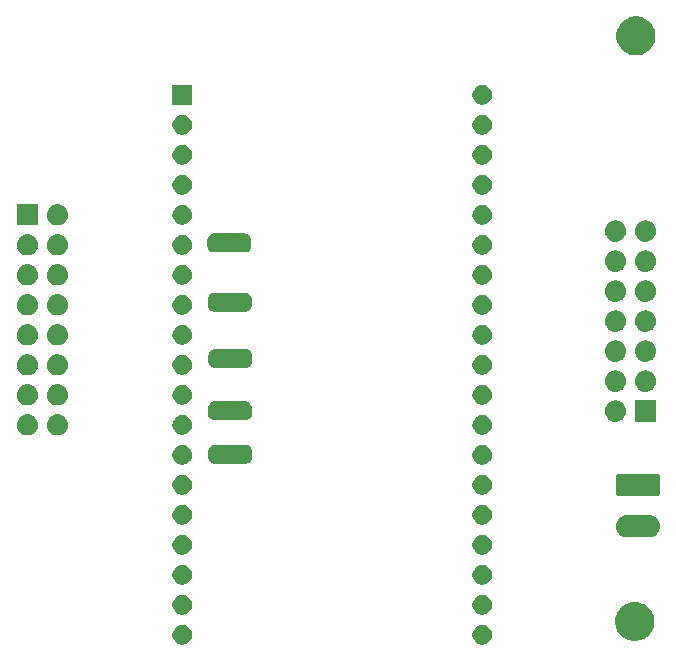
<source format=gbr>
G04 #@! TF.GenerationSoftware,KiCad,Pcbnew,5.0.2-bee76a0~70~ubuntu18.04.1*
G04 #@! TF.CreationDate,2020-08-06T15:01:45+02:00*
G04 #@! TF.ProjectId,panel_led_mod,70616e65-6c5f-46c6-9564-5f6d6f642e6b,rev?*
G04 #@! TF.SameCoordinates,Original*
G04 #@! TF.FileFunction,Soldermask,Bot*
G04 #@! TF.FilePolarity,Negative*
%FSLAX46Y46*%
G04 Gerber Fmt 4.6, Leading zero omitted, Abs format (unit mm)*
G04 Created by KiCad (PCBNEW 5.0.2-bee76a0~70~ubuntu18.04.1) date jue 06 ago 2020 15:01:45 CEST*
%MOMM*%
%LPD*%
G01*
G04 APERTURE LIST*
%ADD10C,0.100000*%
G04 APERTURE END LIST*
D10*
G36*
X162192791Y-120868134D02*
X162192793Y-120868135D01*
X162192794Y-120868135D01*
X162344026Y-120930777D01*
X162344027Y-120930778D01*
X162480135Y-121021722D01*
X162595878Y-121137465D01*
X162595880Y-121137468D01*
X162686823Y-121273574D01*
X162749465Y-121424806D01*
X162749466Y-121424809D01*
X162781400Y-121585352D01*
X162781400Y-121749048D01*
X162769178Y-121810493D01*
X162749465Y-121909594D01*
X162686823Y-122060826D01*
X162686822Y-122060827D01*
X162595878Y-122196935D01*
X162480135Y-122312678D01*
X162480132Y-122312680D01*
X162344026Y-122403623D01*
X162192794Y-122466265D01*
X162192793Y-122466265D01*
X162192791Y-122466266D01*
X162032248Y-122498200D01*
X161868552Y-122498200D01*
X161708009Y-122466266D01*
X161708007Y-122466265D01*
X161708006Y-122466265D01*
X161556774Y-122403623D01*
X161420668Y-122312680D01*
X161420665Y-122312678D01*
X161304922Y-122196935D01*
X161213978Y-122060827D01*
X161213977Y-122060826D01*
X161151335Y-121909594D01*
X161131623Y-121810493D01*
X161119400Y-121749048D01*
X161119400Y-121585352D01*
X161151334Y-121424809D01*
X161151335Y-121424806D01*
X161213977Y-121273574D01*
X161304920Y-121137468D01*
X161304922Y-121137465D01*
X161420665Y-121021722D01*
X161556773Y-120930778D01*
X161556774Y-120930777D01*
X161708006Y-120868135D01*
X161708007Y-120868135D01*
X161708009Y-120868134D01*
X161868552Y-120836200D01*
X162032248Y-120836200D01*
X162192791Y-120868134D01*
X162192791Y-120868134D01*
G37*
G36*
X136792791Y-120868134D02*
X136792793Y-120868135D01*
X136792794Y-120868135D01*
X136944026Y-120930777D01*
X136944027Y-120930778D01*
X137080135Y-121021722D01*
X137195878Y-121137465D01*
X137195880Y-121137468D01*
X137286823Y-121273574D01*
X137349465Y-121424806D01*
X137349466Y-121424809D01*
X137381400Y-121585352D01*
X137381400Y-121749048D01*
X137369178Y-121810493D01*
X137349465Y-121909594D01*
X137286823Y-122060826D01*
X137286822Y-122060827D01*
X137195878Y-122196935D01*
X137080135Y-122312678D01*
X137080132Y-122312680D01*
X136944026Y-122403623D01*
X136792794Y-122466265D01*
X136792793Y-122466265D01*
X136792791Y-122466266D01*
X136632248Y-122498200D01*
X136468552Y-122498200D01*
X136308009Y-122466266D01*
X136308007Y-122466265D01*
X136308006Y-122466265D01*
X136156774Y-122403623D01*
X136020668Y-122312680D01*
X136020665Y-122312678D01*
X135904922Y-122196935D01*
X135813978Y-122060827D01*
X135813977Y-122060826D01*
X135751335Y-121909594D01*
X135731623Y-121810493D01*
X135719400Y-121749048D01*
X135719400Y-121585352D01*
X135751334Y-121424809D01*
X135751335Y-121424806D01*
X135813977Y-121273574D01*
X135904920Y-121137468D01*
X135904922Y-121137465D01*
X136020665Y-121021722D01*
X136156773Y-120930778D01*
X136156774Y-120930777D01*
X136308006Y-120868135D01*
X136308007Y-120868135D01*
X136308009Y-120868134D01*
X136468552Y-120836200D01*
X136632248Y-120836200D01*
X136792791Y-120868134D01*
X136792791Y-120868134D01*
G37*
G36*
X175241556Y-118919378D02*
X175347879Y-118940527D01*
X175560337Y-119028530D01*
X175600954Y-119045354D01*
X175648342Y-119064983D01*
X175863947Y-119209046D01*
X175918754Y-119245667D01*
X176148713Y-119475626D01*
X176329398Y-119746040D01*
X176365850Y-119834043D01*
X176404050Y-119926265D01*
X176453853Y-120046502D01*
X176517300Y-120365469D01*
X176517300Y-120690691D01*
X176453853Y-121009658D01*
X176329398Y-121310120D01*
X176148713Y-121580534D01*
X175918754Y-121810493D01*
X175918751Y-121810495D01*
X175648342Y-121991177D01*
X175347879Y-122115633D01*
X175241556Y-122136782D01*
X175028911Y-122179080D01*
X174703689Y-122179080D01*
X174491044Y-122136782D01*
X174384721Y-122115633D01*
X174084258Y-121991177D01*
X173813849Y-121810495D01*
X173813846Y-121810493D01*
X173583887Y-121580534D01*
X173403202Y-121310120D01*
X173278747Y-121009658D01*
X173215300Y-120690691D01*
X173215300Y-120365469D01*
X173278747Y-120046502D01*
X173328551Y-119926265D01*
X173366750Y-119834043D01*
X173403202Y-119746040D01*
X173583887Y-119475626D01*
X173813846Y-119245667D01*
X173868653Y-119209046D01*
X174084258Y-119064983D01*
X174131647Y-119045354D01*
X174172263Y-119028530D01*
X174384721Y-118940527D01*
X174491044Y-118919378D01*
X174703689Y-118877080D01*
X175028911Y-118877080D01*
X175241556Y-118919378D01*
X175241556Y-118919378D01*
G37*
G36*
X162192791Y-118328134D02*
X162192793Y-118328135D01*
X162192794Y-118328135D01*
X162344026Y-118390777D01*
X162344027Y-118390778D01*
X162480135Y-118481722D01*
X162595878Y-118597465D01*
X162595880Y-118597468D01*
X162686823Y-118733574D01*
X162749465Y-118884806D01*
X162781400Y-119045354D01*
X162781400Y-119209046D01*
X162749465Y-119369594D01*
X162686823Y-119520826D01*
X162686822Y-119520827D01*
X162595878Y-119656935D01*
X162480135Y-119772678D01*
X162480132Y-119772680D01*
X162344026Y-119863623D01*
X162192794Y-119926265D01*
X162192793Y-119926265D01*
X162192791Y-119926266D01*
X162032248Y-119958200D01*
X161868552Y-119958200D01*
X161708009Y-119926266D01*
X161708007Y-119926265D01*
X161708006Y-119926265D01*
X161556774Y-119863623D01*
X161420668Y-119772680D01*
X161420665Y-119772678D01*
X161304922Y-119656935D01*
X161213978Y-119520827D01*
X161213977Y-119520826D01*
X161151335Y-119369594D01*
X161119400Y-119209046D01*
X161119400Y-119045354D01*
X161151335Y-118884806D01*
X161213977Y-118733574D01*
X161304920Y-118597468D01*
X161304922Y-118597465D01*
X161420665Y-118481722D01*
X161556773Y-118390778D01*
X161556774Y-118390777D01*
X161708006Y-118328135D01*
X161708007Y-118328135D01*
X161708009Y-118328134D01*
X161868552Y-118296200D01*
X162032248Y-118296200D01*
X162192791Y-118328134D01*
X162192791Y-118328134D01*
G37*
G36*
X136792791Y-118328134D02*
X136792793Y-118328135D01*
X136792794Y-118328135D01*
X136944026Y-118390777D01*
X136944027Y-118390778D01*
X137080135Y-118481722D01*
X137195878Y-118597465D01*
X137195880Y-118597468D01*
X137286823Y-118733574D01*
X137349465Y-118884806D01*
X137381400Y-119045354D01*
X137381400Y-119209046D01*
X137349465Y-119369594D01*
X137286823Y-119520826D01*
X137286822Y-119520827D01*
X137195878Y-119656935D01*
X137080135Y-119772678D01*
X137080132Y-119772680D01*
X136944026Y-119863623D01*
X136792794Y-119926265D01*
X136792793Y-119926265D01*
X136792791Y-119926266D01*
X136632248Y-119958200D01*
X136468552Y-119958200D01*
X136308009Y-119926266D01*
X136308007Y-119926265D01*
X136308006Y-119926265D01*
X136156774Y-119863623D01*
X136020668Y-119772680D01*
X136020665Y-119772678D01*
X135904922Y-119656935D01*
X135813978Y-119520827D01*
X135813977Y-119520826D01*
X135751335Y-119369594D01*
X135719400Y-119209046D01*
X135719400Y-119045354D01*
X135751335Y-118884806D01*
X135813977Y-118733574D01*
X135904920Y-118597468D01*
X135904922Y-118597465D01*
X136020665Y-118481722D01*
X136156773Y-118390778D01*
X136156774Y-118390777D01*
X136308006Y-118328135D01*
X136308007Y-118328135D01*
X136308009Y-118328134D01*
X136468552Y-118296200D01*
X136632248Y-118296200D01*
X136792791Y-118328134D01*
X136792791Y-118328134D01*
G37*
G36*
X136792791Y-115788134D02*
X136792793Y-115788135D01*
X136792794Y-115788135D01*
X136944026Y-115850777D01*
X136944027Y-115850778D01*
X137080135Y-115941722D01*
X137195878Y-116057465D01*
X137195880Y-116057468D01*
X137286823Y-116193574D01*
X137349465Y-116344806D01*
X137381400Y-116505354D01*
X137381400Y-116669046D01*
X137349465Y-116829594D01*
X137286823Y-116980826D01*
X137286822Y-116980827D01*
X137195878Y-117116935D01*
X137080135Y-117232678D01*
X137080132Y-117232680D01*
X136944026Y-117323623D01*
X136792794Y-117386265D01*
X136792793Y-117386265D01*
X136792791Y-117386266D01*
X136632248Y-117418200D01*
X136468552Y-117418200D01*
X136308009Y-117386266D01*
X136308007Y-117386265D01*
X136308006Y-117386265D01*
X136156774Y-117323623D01*
X136020668Y-117232680D01*
X136020665Y-117232678D01*
X135904922Y-117116935D01*
X135813978Y-116980827D01*
X135813977Y-116980826D01*
X135751335Y-116829594D01*
X135719400Y-116669046D01*
X135719400Y-116505354D01*
X135751335Y-116344806D01*
X135813977Y-116193574D01*
X135904920Y-116057468D01*
X135904922Y-116057465D01*
X136020665Y-115941722D01*
X136156773Y-115850778D01*
X136156774Y-115850777D01*
X136308006Y-115788135D01*
X136308007Y-115788135D01*
X136308009Y-115788134D01*
X136468552Y-115756200D01*
X136632248Y-115756200D01*
X136792791Y-115788134D01*
X136792791Y-115788134D01*
G37*
G36*
X162192791Y-115788134D02*
X162192793Y-115788135D01*
X162192794Y-115788135D01*
X162344026Y-115850777D01*
X162344027Y-115850778D01*
X162480135Y-115941722D01*
X162595878Y-116057465D01*
X162595880Y-116057468D01*
X162686823Y-116193574D01*
X162749465Y-116344806D01*
X162781400Y-116505354D01*
X162781400Y-116669046D01*
X162749465Y-116829594D01*
X162686823Y-116980826D01*
X162686822Y-116980827D01*
X162595878Y-117116935D01*
X162480135Y-117232678D01*
X162480132Y-117232680D01*
X162344026Y-117323623D01*
X162192794Y-117386265D01*
X162192793Y-117386265D01*
X162192791Y-117386266D01*
X162032248Y-117418200D01*
X161868552Y-117418200D01*
X161708009Y-117386266D01*
X161708007Y-117386265D01*
X161708006Y-117386265D01*
X161556774Y-117323623D01*
X161420668Y-117232680D01*
X161420665Y-117232678D01*
X161304922Y-117116935D01*
X161213978Y-116980827D01*
X161213977Y-116980826D01*
X161151335Y-116829594D01*
X161119400Y-116669046D01*
X161119400Y-116505354D01*
X161151335Y-116344806D01*
X161213977Y-116193574D01*
X161304920Y-116057468D01*
X161304922Y-116057465D01*
X161420665Y-115941722D01*
X161556773Y-115850778D01*
X161556774Y-115850777D01*
X161708006Y-115788135D01*
X161708007Y-115788135D01*
X161708009Y-115788134D01*
X161868552Y-115756200D01*
X162032248Y-115756200D01*
X162192791Y-115788134D01*
X162192791Y-115788134D01*
G37*
G36*
X162192791Y-113248134D02*
X162192793Y-113248135D01*
X162192794Y-113248135D01*
X162344026Y-113310777D01*
X162478301Y-113400496D01*
X162480135Y-113401722D01*
X162595878Y-113517465D01*
X162595880Y-113517468D01*
X162686823Y-113653574D01*
X162749465Y-113804806D01*
X162781400Y-113965354D01*
X162781400Y-114129046D01*
X162749465Y-114289594D01*
X162686823Y-114440826D01*
X162686822Y-114440827D01*
X162595878Y-114576935D01*
X162480135Y-114692678D01*
X162480132Y-114692680D01*
X162344026Y-114783623D01*
X162192794Y-114846265D01*
X162192793Y-114846265D01*
X162192791Y-114846266D01*
X162032248Y-114878200D01*
X161868552Y-114878200D01*
X161708009Y-114846266D01*
X161708007Y-114846265D01*
X161708006Y-114846265D01*
X161556774Y-114783623D01*
X161420668Y-114692680D01*
X161420665Y-114692678D01*
X161304922Y-114576935D01*
X161213978Y-114440827D01*
X161213977Y-114440826D01*
X161151335Y-114289594D01*
X161119400Y-114129046D01*
X161119400Y-113965354D01*
X161151335Y-113804806D01*
X161213977Y-113653574D01*
X161304920Y-113517468D01*
X161304922Y-113517465D01*
X161420665Y-113401722D01*
X161422499Y-113400496D01*
X161556774Y-113310777D01*
X161708006Y-113248135D01*
X161708007Y-113248135D01*
X161708009Y-113248134D01*
X161868552Y-113216200D01*
X162032248Y-113216200D01*
X162192791Y-113248134D01*
X162192791Y-113248134D01*
G37*
G36*
X136792791Y-113248134D02*
X136792793Y-113248135D01*
X136792794Y-113248135D01*
X136944026Y-113310777D01*
X137078301Y-113400496D01*
X137080135Y-113401722D01*
X137195878Y-113517465D01*
X137195880Y-113517468D01*
X137286823Y-113653574D01*
X137349465Y-113804806D01*
X137381400Y-113965354D01*
X137381400Y-114129046D01*
X137349465Y-114289594D01*
X137286823Y-114440826D01*
X137286822Y-114440827D01*
X137195878Y-114576935D01*
X137080135Y-114692678D01*
X137080132Y-114692680D01*
X136944026Y-114783623D01*
X136792794Y-114846265D01*
X136792793Y-114846265D01*
X136792791Y-114846266D01*
X136632248Y-114878200D01*
X136468552Y-114878200D01*
X136308009Y-114846266D01*
X136308007Y-114846265D01*
X136308006Y-114846265D01*
X136156774Y-114783623D01*
X136020668Y-114692680D01*
X136020665Y-114692678D01*
X135904922Y-114576935D01*
X135813978Y-114440827D01*
X135813977Y-114440826D01*
X135751335Y-114289594D01*
X135719400Y-114129046D01*
X135719400Y-113965354D01*
X135751335Y-113804806D01*
X135813977Y-113653574D01*
X135904920Y-113517468D01*
X135904922Y-113517465D01*
X136020665Y-113401722D01*
X136022499Y-113400496D01*
X136156774Y-113310777D01*
X136308006Y-113248135D01*
X136308007Y-113248135D01*
X136308009Y-113248134D01*
X136468552Y-113216200D01*
X136632248Y-113216200D01*
X136792791Y-113248134D01*
X136792791Y-113248134D01*
G37*
G36*
X176224505Y-111531300D02*
X176224508Y-111531301D01*
X176224509Y-111531301D01*
X176403773Y-111585680D01*
X176403775Y-111585681D01*
X176568985Y-111673988D01*
X176713792Y-111792828D01*
X176832632Y-111937635D01*
X176832633Y-111937637D01*
X176920940Y-112102847D01*
X176963644Y-112243623D01*
X176975320Y-112282115D01*
X176993681Y-112468540D01*
X176975320Y-112654965D01*
X176920939Y-112834235D01*
X176832632Y-112999445D01*
X176713792Y-113144252D01*
X176568985Y-113263092D01*
X176568983Y-113263093D01*
X176403773Y-113351400D01*
X176224509Y-113405779D01*
X176224508Y-113405779D01*
X176224505Y-113405780D01*
X176084798Y-113419540D01*
X174191362Y-113419540D01*
X174051655Y-113405780D01*
X174051652Y-113405779D01*
X174051651Y-113405779D01*
X173872387Y-113351400D01*
X173707177Y-113263093D01*
X173707175Y-113263092D01*
X173562368Y-113144252D01*
X173443528Y-112999445D01*
X173355221Y-112834235D01*
X173300840Y-112654965D01*
X173282479Y-112468540D01*
X173300840Y-112282115D01*
X173312516Y-112243623D01*
X173355220Y-112102847D01*
X173443527Y-111937637D01*
X173443528Y-111937635D01*
X173562368Y-111792828D01*
X173707175Y-111673988D01*
X173872385Y-111585681D01*
X173872387Y-111585680D01*
X174051651Y-111531301D01*
X174051652Y-111531301D01*
X174051655Y-111531300D01*
X174191362Y-111517540D01*
X176084798Y-111517540D01*
X176224505Y-111531300D01*
X176224505Y-111531300D01*
G37*
G36*
X136792791Y-110708134D02*
X136792793Y-110708135D01*
X136792794Y-110708135D01*
X136944026Y-110770777D01*
X136944027Y-110770778D01*
X137080135Y-110861722D01*
X137195878Y-110977465D01*
X137195880Y-110977468D01*
X137286823Y-111113574D01*
X137349465Y-111264806D01*
X137349466Y-111264809D01*
X137381400Y-111425352D01*
X137381400Y-111589048D01*
X137364505Y-111673987D01*
X137349465Y-111749594D01*
X137286823Y-111900826D01*
X137197104Y-112035101D01*
X137195878Y-112036935D01*
X137080135Y-112152678D01*
X137080132Y-112152680D01*
X136944026Y-112243623D01*
X136792794Y-112306265D01*
X136792793Y-112306265D01*
X136792791Y-112306266D01*
X136632248Y-112338200D01*
X136468552Y-112338200D01*
X136308009Y-112306266D01*
X136308007Y-112306265D01*
X136308006Y-112306265D01*
X136156774Y-112243623D01*
X136020668Y-112152680D01*
X136020665Y-112152678D01*
X135904922Y-112036935D01*
X135903696Y-112035101D01*
X135813977Y-111900826D01*
X135751335Y-111749594D01*
X135736296Y-111673987D01*
X135719400Y-111589048D01*
X135719400Y-111425352D01*
X135751334Y-111264809D01*
X135751335Y-111264806D01*
X135813977Y-111113574D01*
X135904920Y-110977468D01*
X135904922Y-110977465D01*
X136020665Y-110861722D01*
X136156773Y-110770778D01*
X136156774Y-110770777D01*
X136308006Y-110708135D01*
X136308007Y-110708135D01*
X136308009Y-110708134D01*
X136468552Y-110676200D01*
X136632248Y-110676200D01*
X136792791Y-110708134D01*
X136792791Y-110708134D01*
G37*
G36*
X162192791Y-110708134D02*
X162192793Y-110708135D01*
X162192794Y-110708135D01*
X162344026Y-110770777D01*
X162344027Y-110770778D01*
X162480135Y-110861722D01*
X162595878Y-110977465D01*
X162595880Y-110977468D01*
X162686823Y-111113574D01*
X162749465Y-111264806D01*
X162749466Y-111264809D01*
X162781400Y-111425352D01*
X162781400Y-111589048D01*
X162764505Y-111673987D01*
X162749465Y-111749594D01*
X162686823Y-111900826D01*
X162597104Y-112035101D01*
X162595878Y-112036935D01*
X162480135Y-112152678D01*
X162480132Y-112152680D01*
X162344026Y-112243623D01*
X162192794Y-112306265D01*
X162192793Y-112306265D01*
X162192791Y-112306266D01*
X162032248Y-112338200D01*
X161868552Y-112338200D01*
X161708009Y-112306266D01*
X161708007Y-112306265D01*
X161708006Y-112306265D01*
X161556774Y-112243623D01*
X161420668Y-112152680D01*
X161420665Y-112152678D01*
X161304922Y-112036935D01*
X161303696Y-112035101D01*
X161213977Y-111900826D01*
X161151335Y-111749594D01*
X161136296Y-111673987D01*
X161119400Y-111589048D01*
X161119400Y-111425352D01*
X161151334Y-111264809D01*
X161151335Y-111264806D01*
X161213977Y-111113574D01*
X161304920Y-110977468D01*
X161304922Y-110977465D01*
X161420665Y-110861722D01*
X161556773Y-110770778D01*
X161556774Y-110770777D01*
X161708006Y-110708135D01*
X161708007Y-110708135D01*
X161708009Y-110708134D01*
X161868552Y-110676200D01*
X162032248Y-110676200D01*
X162192791Y-110708134D01*
X162192791Y-110708134D01*
G37*
G36*
X176848998Y-108021474D02*
X176881504Y-108031335D01*
X176911463Y-108047348D01*
X176937721Y-108068899D01*
X176959272Y-108095157D01*
X176975285Y-108125116D01*
X176985146Y-108157622D01*
X176989080Y-108197569D01*
X176989080Y-109739511D01*
X176985146Y-109779458D01*
X176975285Y-109811964D01*
X176959272Y-109841923D01*
X176937721Y-109868181D01*
X176911463Y-109889732D01*
X176881504Y-109905745D01*
X176848998Y-109915606D01*
X176809051Y-109919540D01*
X173467109Y-109919540D01*
X173427162Y-109915606D01*
X173394656Y-109905745D01*
X173364697Y-109889732D01*
X173338439Y-109868181D01*
X173316888Y-109841923D01*
X173300875Y-109811964D01*
X173291014Y-109779458D01*
X173287080Y-109739511D01*
X173287080Y-108197569D01*
X173291014Y-108157622D01*
X173300875Y-108125116D01*
X173316888Y-108095157D01*
X173338439Y-108068899D01*
X173364697Y-108047348D01*
X173394656Y-108031335D01*
X173427162Y-108021474D01*
X173467109Y-108017540D01*
X176809051Y-108017540D01*
X176848998Y-108021474D01*
X176848998Y-108021474D01*
G37*
G36*
X136792791Y-108168134D02*
X136792793Y-108168135D01*
X136792794Y-108168135D01*
X136944026Y-108230777D01*
X136944027Y-108230778D01*
X137080135Y-108321722D01*
X137195878Y-108437465D01*
X137195880Y-108437468D01*
X137286823Y-108573574D01*
X137349465Y-108724806D01*
X137381400Y-108885354D01*
X137381400Y-109049046D01*
X137349465Y-109209594D01*
X137286823Y-109360826D01*
X137286822Y-109360827D01*
X137195878Y-109496935D01*
X137080135Y-109612678D01*
X137080132Y-109612680D01*
X136944026Y-109703623D01*
X136792794Y-109766265D01*
X136792793Y-109766265D01*
X136792791Y-109766266D01*
X136632248Y-109798200D01*
X136468552Y-109798200D01*
X136308009Y-109766266D01*
X136308007Y-109766265D01*
X136308006Y-109766265D01*
X136156774Y-109703623D01*
X136020668Y-109612680D01*
X136020665Y-109612678D01*
X135904922Y-109496935D01*
X135813978Y-109360827D01*
X135813977Y-109360826D01*
X135751335Y-109209594D01*
X135719400Y-109049046D01*
X135719400Y-108885354D01*
X135751335Y-108724806D01*
X135813977Y-108573574D01*
X135904920Y-108437468D01*
X135904922Y-108437465D01*
X136020665Y-108321722D01*
X136156773Y-108230778D01*
X136156774Y-108230777D01*
X136308006Y-108168135D01*
X136308007Y-108168135D01*
X136308009Y-108168134D01*
X136468552Y-108136200D01*
X136632248Y-108136200D01*
X136792791Y-108168134D01*
X136792791Y-108168134D01*
G37*
G36*
X162192791Y-108168134D02*
X162192793Y-108168135D01*
X162192794Y-108168135D01*
X162344026Y-108230777D01*
X162344027Y-108230778D01*
X162480135Y-108321722D01*
X162595878Y-108437465D01*
X162595880Y-108437468D01*
X162686823Y-108573574D01*
X162749465Y-108724806D01*
X162781400Y-108885354D01*
X162781400Y-109049046D01*
X162749465Y-109209594D01*
X162686823Y-109360826D01*
X162686822Y-109360827D01*
X162595878Y-109496935D01*
X162480135Y-109612678D01*
X162480132Y-109612680D01*
X162344026Y-109703623D01*
X162192794Y-109766265D01*
X162192793Y-109766265D01*
X162192791Y-109766266D01*
X162032248Y-109798200D01*
X161868552Y-109798200D01*
X161708009Y-109766266D01*
X161708007Y-109766265D01*
X161708006Y-109766265D01*
X161556774Y-109703623D01*
X161420668Y-109612680D01*
X161420665Y-109612678D01*
X161304922Y-109496935D01*
X161213978Y-109360827D01*
X161213977Y-109360826D01*
X161151335Y-109209594D01*
X161119400Y-109049046D01*
X161119400Y-108885354D01*
X161151335Y-108724806D01*
X161213977Y-108573574D01*
X161304920Y-108437468D01*
X161304922Y-108437465D01*
X161420665Y-108321722D01*
X161556773Y-108230778D01*
X161556774Y-108230777D01*
X161708006Y-108168135D01*
X161708007Y-108168135D01*
X161708009Y-108168134D01*
X161868552Y-108136200D01*
X162032248Y-108136200D01*
X162192791Y-108168134D01*
X162192791Y-108168134D01*
G37*
G36*
X162192791Y-105628134D02*
X162192793Y-105628135D01*
X162192794Y-105628135D01*
X162344026Y-105690777D01*
X162464991Y-105771603D01*
X162480135Y-105781722D01*
X162595878Y-105897465D01*
X162595880Y-105897468D01*
X162686823Y-106033574D01*
X162719515Y-106112500D01*
X162749466Y-106184809D01*
X162781400Y-106345352D01*
X162781400Y-106509048D01*
X162751074Y-106661509D01*
X162749465Y-106669594D01*
X162686823Y-106820826D01*
X162655430Y-106867809D01*
X162595878Y-106956935D01*
X162480135Y-107072678D01*
X162480132Y-107072680D01*
X162344026Y-107163623D01*
X162192794Y-107226265D01*
X162192793Y-107226265D01*
X162192791Y-107226266D01*
X162032248Y-107258200D01*
X161868552Y-107258200D01*
X161708009Y-107226266D01*
X161708007Y-107226265D01*
X161708006Y-107226265D01*
X161556774Y-107163623D01*
X161420668Y-107072680D01*
X161420665Y-107072678D01*
X161304922Y-106956935D01*
X161245370Y-106867809D01*
X161213977Y-106820826D01*
X161151335Y-106669594D01*
X161149727Y-106661509D01*
X161119400Y-106509048D01*
X161119400Y-106345352D01*
X161151334Y-106184809D01*
X161181285Y-106112500D01*
X161213977Y-106033574D01*
X161304920Y-105897468D01*
X161304922Y-105897465D01*
X161420665Y-105781722D01*
X161435809Y-105771603D01*
X161556774Y-105690777D01*
X161708006Y-105628135D01*
X161708007Y-105628135D01*
X161708009Y-105628134D01*
X161868552Y-105596200D01*
X162032248Y-105596200D01*
X162192791Y-105628134D01*
X162192791Y-105628134D01*
G37*
G36*
X136792791Y-105628134D02*
X136792793Y-105628135D01*
X136792794Y-105628135D01*
X136944026Y-105690777D01*
X137064991Y-105771603D01*
X137080135Y-105781722D01*
X137195878Y-105897465D01*
X137195880Y-105897468D01*
X137286823Y-106033574D01*
X137319515Y-106112500D01*
X137349466Y-106184809D01*
X137381400Y-106345352D01*
X137381400Y-106509048D01*
X137351074Y-106661509D01*
X137349465Y-106669594D01*
X137286823Y-106820826D01*
X137255430Y-106867809D01*
X137195878Y-106956935D01*
X137080135Y-107072678D01*
X137080132Y-107072680D01*
X136944026Y-107163623D01*
X136792794Y-107226265D01*
X136792793Y-107226265D01*
X136792791Y-107226266D01*
X136632248Y-107258200D01*
X136468552Y-107258200D01*
X136308009Y-107226266D01*
X136308007Y-107226265D01*
X136308006Y-107226265D01*
X136156774Y-107163623D01*
X136020668Y-107072680D01*
X136020665Y-107072678D01*
X135904922Y-106956935D01*
X135845370Y-106867809D01*
X135813977Y-106820826D01*
X135751335Y-106669594D01*
X135749727Y-106661509D01*
X135719400Y-106509048D01*
X135719400Y-106345352D01*
X135751334Y-106184809D01*
X135781285Y-106112500D01*
X135813977Y-106033574D01*
X135904920Y-105897468D01*
X135904922Y-105897465D01*
X136020665Y-105781722D01*
X136035809Y-105771603D01*
X136156774Y-105690777D01*
X136308006Y-105628135D01*
X136308007Y-105628135D01*
X136308009Y-105628134D01*
X136468552Y-105596200D01*
X136632248Y-105596200D01*
X136792791Y-105628134D01*
X136792791Y-105628134D01*
G37*
G36*
X139879479Y-105562237D02*
X139894014Y-105566647D01*
X139907197Y-105572107D01*
X139931231Y-105576887D01*
X139955735Y-105576887D01*
X139979768Y-105572106D01*
X140002407Y-105562728D01*
X140004245Y-105561500D01*
X141235533Y-105561500D01*
X141247645Y-105567974D01*
X141271094Y-105575087D01*
X141295480Y-105577489D01*
X141319866Y-105575087D01*
X141338044Y-105568583D01*
X141338088Y-105568727D01*
X141359481Y-105562237D01*
X141375620Y-105560648D01*
X141913340Y-105560648D01*
X141931678Y-105562454D01*
X141943930Y-105563056D01*
X141962349Y-105563056D01*
X141984629Y-105565250D01*
X142068716Y-105581976D01*
X142090135Y-105588474D01*
X142169351Y-105621285D01*
X142189087Y-105631835D01*
X142260377Y-105679469D01*
X142277688Y-105693676D01*
X142338304Y-105754292D01*
X142352511Y-105771603D01*
X142400145Y-105842893D01*
X142410695Y-105862629D01*
X142443506Y-105941845D01*
X142450004Y-105963264D01*
X142466730Y-106047351D01*
X142468924Y-106069631D01*
X142468924Y-106088050D01*
X142469526Y-106100302D01*
X142471332Y-106118640D01*
X142471332Y-106606361D01*
X142469526Y-106624698D01*
X142468924Y-106636950D01*
X142468924Y-106655369D01*
X142466730Y-106677649D01*
X142450004Y-106761736D01*
X142443506Y-106783155D01*
X142410695Y-106862371D01*
X142400145Y-106882107D01*
X142352511Y-106953397D01*
X142338304Y-106970708D01*
X142277688Y-107031324D01*
X142260377Y-107045531D01*
X142189087Y-107093165D01*
X142169351Y-107103715D01*
X142090135Y-107136526D01*
X142068716Y-107143024D01*
X141984629Y-107159750D01*
X141962349Y-107161944D01*
X141943930Y-107161944D01*
X141931678Y-107162546D01*
X141913341Y-107164352D01*
X141375620Y-107164352D01*
X141359481Y-107162763D01*
X141344946Y-107158353D01*
X141331763Y-107152893D01*
X141307729Y-107148113D01*
X141283225Y-107148113D01*
X141259192Y-107152894D01*
X141236553Y-107162272D01*
X141234715Y-107163500D01*
X140003427Y-107163500D01*
X139991315Y-107157026D01*
X139967866Y-107149913D01*
X139943480Y-107147511D01*
X139919094Y-107149913D01*
X139900916Y-107156417D01*
X139900872Y-107156273D01*
X139879479Y-107162763D01*
X139863340Y-107164352D01*
X139325619Y-107164352D01*
X139307282Y-107162546D01*
X139295030Y-107161944D01*
X139276611Y-107161944D01*
X139254331Y-107159750D01*
X139170244Y-107143024D01*
X139148825Y-107136526D01*
X139069609Y-107103715D01*
X139049873Y-107093165D01*
X138978583Y-107045531D01*
X138961272Y-107031324D01*
X138900656Y-106970708D01*
X138886449Y-106953397D01*
X138838815Y-106882107D01*
X138828265Y-106862371D01*
X138795454Y-106783155D01*
X138788956Y-106761736D01*
X138772230Y-106677649D01*
X138770036Y-106655369D01*
X138770036Y-106636950D01*
X138769434Y-106624698D01*
X138767628Y-106606361D01*
X138767628Y-106118640D01*
X138769434Y-106100302D01*
X138770036Y-106088050D01*
X138770036Y-106069631D01*
X138772230Y-106047351D01*
X138788956Y-105963264D01*
X138795454Y-105941845D01*
X138828265Y-105862629D01*
X138838815Y-105842893D01*
X138886449Y-105771603D01*
X138900656Y-105754292D01*
X138961272Y-105693676D01*
X138978583Y-105679469D01*
X139049873Y-105631835D01*
X139069609Y-105621285D01*
X139148825Y-105588474D01*
X139170244Y-105581976D01*
X139254331Y-105565250D01*
X139276611Y-105563056D01*
X139295030Y-105563056D01*
X139307282Y-105562454D01*
X139325620Y-105560648D01*
X139863340Y-105560648D01*
X139879479Y-105562237D01*
X139879479Y-105562237D01*
G37*
G36*
X123554443Y-102991519D02*
X123620627Y-102998037D01*
X123733853Y-103032384D01*
X123790467Y-103049557D01*
X123929087Y-103123652D01*
X123946991Y-103133222D01*
X123968383Y-103150778D01*
X124084186Y-103245814D01*
X124124820Y-103295328D01*
X124196778Y-103383009D01*
X124196779Y-103383011D01*
X124280443Y-103539533D01*
X124280443Y-103539534D01*
X124331963Y-103709373D01*
X124349359Y-103886000D01*
X124331963Y-104062627D01*
X124311649Y-104129594D01*
X124280443Y-104232467D01*
X124206348Y-104371087D01*
X124196778Y-104388991D01*
X124173847Y-104416932D01*
X124084186Y-104526186D01*
X123982729Y-104609448D01*
X123946991Y-104638778D01*
X123946989Y-104638779D01*
X123790467Y-104722443D01*
X123733853Y-104739616D01*
X123620627Y-104773963D01*
X123554442Y-104780482D01*
X123488260Y-104787000D01*
X123399740Y-104787000D01*
X123333558Y-104780482D01*
X123267373Y-104773963D01*
X123154147Y-104739616D01*
X123097533Y-104722443D01*
X122941011Y-104638779D01*
X122941009Y-104638778D01*
X122905271Y-104609448D01*
X122803814Y-104526186D01*
X122714153Y-104416932D01*
X122691222Y-104388991D01*
X122681652Y-104371087D01*
X122607557Y-104232467D01*
X122576351Y-104129594D01*
X122556037Y-104062627D01*
X122538641Y-103886000D01*
X122556037Y-103709373D01*
X122607557Y-103539534D01*
X122607557Y-103539533D01*
X122691221Y-103383011D01*
X122691222Y-103383009D01*
X122763180Y-103295328D01*
X122803814Y-103245814D01*
X122919617Y-103150778D01*
X122941009Y-103133222D01*
X122958913Y-103123652D01*
X123097533Y-103049557D01*
X123154147Y-103032384D01*
X123267373Y-102998037D01*
X123333557Y-102991519D01*
X123399740Y-102985000D01*
X123488260Y-102985000D01*
X123554443Y-102991519D01*
X123554443Y-102991519D01*
G37*
G36*
X126094443Y-102991519D02*
X126160627Y-102998037D01*
X126273853Y-103032384D01*
X126330467Y-103049557D01*
X126469087Y-103123652D01*
X126486991Y-103133222D01*
X126508383Y-103150778D01*
X126624186Y-103245814D01*
X126664820Y-103295328D01*
X126736778Y-103383009D01*
X126736779Y-103383011D01*
X126820443Y-103539533D01*
X126820443Y-103539534D01*
X126871963Y-103709373D01*
X126889359Y-103886000D01*
X126871963Y-104062627D01*
X126851649Y-104129594D01*
X126820443Y-104232467D01*
X126746348Y-104371087D01*
X126736778Y-104388991D01*
X126713847Y-104416932D01*
X126624186Y-104526186D01*
X126522729Y-104609448D01*
X126486991Y-104638778D01*
X126486989Y-104638779D01*
X126330467Y-104722443D01*
X126273853Y-104739616D01*
X126160627Y-104773963D01*
X126094442Y-104780482D01*
X126028260Y-104787000D01*
X125939740Y-104787000D01*
X125873558Y-104780482D01*
X125807373Y-104773963D01*
X125694147Y-104739616D01*
X125637533Y-104722443D01*
X125481011Y-104638779D01*
X125481009Y-104638778D01*
X125445271Y-104609448D01*
X125343814Y-104526186D01*
X125254153Y-104416932D01*
X125231222Y-104388991D01*
X125221652Y-104371087D01*
X125147557Y-104232467D01*
X125116351Y-104129594D01*
X125096037Y-104062627D01*
X125078641Y-103886000D01*
X125096037Y-103709373D01*
X125147557Y-103539534D01*
X125147557Y-103539533D01*
X125231221Y-103383011D01*
X125231222Y-103383009D01*
X125303180Y-103295328D01*
X125343814Y-103245814D01*
X125459617Y-103150778D01*
X125481009Y-103133222D01*
X125498913Y-103123652D01*
X125637533Y-103049557D01*
X125694147Y-103032384D01*
X125807373Y-102998037D01*
X125873557Y-102991519D01*
X125939740Y-102985000D01*
X126028260Y-102985000D01*
X126094443Y-102991519D01*
X126094443Y-102991519D01*
G37*
G36*
X162192791Y-103088134D02*
X162192793Y-103088135D01*
X162192794Y-103088135D01*
X162344026Y-103150777D01*
X162427761Y-103206727D01*
X162480135Y-103241722D01*
X162595878Y-103357465D01*
X162595880Y-103357468D01*
X162686823Y-103493574D01*
X162733210Y-103605563D01*
X162749466Y-103644809D01*
X162762309Y-103709375D01*
X162781400Y-103805354D01*
X162781400Y-103969046D01*
X162749465Y-104129594D01*
X162686823Y-104280826D01*
X162597104Y-104415101D01*
X162595878Y-104416935D01*
X162480135Y-104532678D01*
X162480132Y-104532680D01*
X162344026Y-104623623D01*
X162192794Y-104686265D01*
X162192793Y-104686265D01*
X162192791Y-104686266D01*
X162032248Y-104718200D01*
X161868552Y-104718200D01*
X161708009Y-104686266D01*
X161708007Y-104686265D01*
X161708006Y-104686265D01*
X161556774Y-104623623D01*
X161420668Y-104532680D01*
X161420665Y-104532678D01*
X161304922Y-104416935D01*
X161303696Y-104415101D01*
X161213977Y-104280826D01*
X161151335Y-104129594D01*
X161119400Y-103969046D01*
X161119400Y-103805354D01*
X161138491Y-103709375D01*
X161151334Y-103644809D01*
X161167590Y-103605563D01*
X161213977Y-103493574D01*
X161304920Y-103357468D01*
X161304922Y-103357465D01*
X161420665Y-103241722D01*
X161473039Y-103206727D01*
X161556774Y-103150777D01*
X161708006Y-103088135D01*
X161708007Y-103088135D01*
X161708009Y-103088134D01*
X161868552Y-103056200D01*
X162032248Y-103056200D01*
X162192791Y-103088134D01*
X162192791Y-103088134D01*
G37*
G36*
X136792791Y-103088134D02*
X136792793Y-103088135D01*
X136792794Y-103088135D01*
X136944026Y-103150777D01*
X137027761Y-103206727D01*
X137080135Y-103241722D01*
X137195878Y-103357465D01*
X137195880Y-103357468D01*
X137286823Y-103493574D01*
X137333210Y-103605563D01*
X137349466Y-103644809D01*
X137362309Y-103709375D01*
X137381400Y-103805354D01*
X137381400Y-103969046D01*
X137349465Y-104129594D01*
X137286823Y-104280826D01*
X137197104Y-104415101D01*
X137195878Y-104416935D01*
X137080135Y-104532678D01*
X137080132Y-104532680D01*
X136944026Y-104623623D01*
X136792794Y-104686265D01*
X136792793Y-104686265D01*
X136792791Y-104686266D01*
X136632248Y-104718200D01*
X136468552Y-104718200D01*
X136308009Y-104686266D01*
X136308007Y-104686265D01*
X136308006Y-104686265D01*
X136156774Y-104623623D01*
X136020668Y-104532680D01*
X136020665Y-104532678D01*
X135904922Y-104416935D01*
X135903696Y-104415101D01*
X135813977Y-104280826D01*
X135751335Y-104129594D01*
X135719400Y-103969046D01*
X135719400Y-103805354D01*
X135738491Y-103709375D01*
X135751334Y-103644809D01*
X135767590Y-103605563D01*
X135813977Y-103493574D01*
X135904920Y-103357468D01*
X135904922Y-103357465D01*
X136020665Y-103241722D01*
X136073039Y-103206727D01*
X136156774Y-103150777D01*
X136308006Y-103088135D01*
X136308007Y-103088135D01*
X136308009Y-103088134D01*
X136468552Y-103056200D01*
X136632248Y-103056200D01*
X136792791Y-103088134D01*
X136792791Y-103088134D01*
G37*
G36*
X173338443Y-101823119D02*
X173404627Y-101829637D01*
X173517853Y-101863984D01*
X173574467Y-101881157D01*
X173709901Y-101953549D01*
X173730991Y-101964822D01*
X173757023Y-101986186D01*
X173868186Y-102077414D01*
X173942127Y-102167513D01*
X173980778Y-102214609D01*
X173980779Y-102214611D01*
X174064443Y-102371133D01*
X174077043Y-102412670D01*
X174115963Y-102540973D01*
X174133359Y-102717600D01*
X174115963Y-102894227D01*
X174095535Y-102961570D01*
X174064443Y-103064067D01*
X174051578Y-103088135D01*
X173980778Y-103220591D01*
X173963436Y-103241722D01*
X173868186Y-103357786D01*
X173771516Y-103437120D01*
X173730991Y-103470378D01*
X173730989Y-103470379D01*
X173574467Y-103554043D01*
X173517853Y-103571216D01*
X173404627Y-103605563D01*
X173338442Y-103612082D01*
X173272260Y-103618600D01*
X173183740Y-103618600D01*
X173117557Y-103612081D01*
X173051373Y-103605563D01*
X172938147Y-103571216D01*
X172881533Y-103554043D01*
X172725011Y-103470379D01*
X172725009Y-103470378D01*
X172684484Y-103437120D01*
X172587814Y-103357786D01*
X172492564Y-103241722D01*
X172475222Y-103220591D01*
X172404422Y-103088135D01*
X172391557Y-103064067D01*
X172360465Y-102961570D01*
X172340037Y-102894227D01*
X172322641Y-102717600D01*
X172340037Y-102540973D01*
X172378957Y-102412670D01*
X172391557Y-102371133D01*
X172475221Y-102214611D01*
X172475222Y-102214609D01*
X172513873Y-102167513D01*
X172587814Y-102077414D01*
X172698977Y-101986186D01*
X172725009Y-101964822D01*
X172746099Y-101953549D01*
X172881533Y-101881157D01*
X172938147Y-101863984D01*
X173051373Y-101829637D01*
X173117557Y-101823119D01*
X173183740Y-101816600D01*
X173272260Y-101816600D01*
X173338443Y-101823119D01*
X173338443Y-101823119D01*
G37*
G36*
X176669000Y-103618600D02*
X174867000Y-103618600D01*
X174867000Y-101816600D01*
X176669000Y-101816600D01*
X176669000Y-103618600D01*
X176669000Y-103618600D01*
G37*
G36*
X139859639Y-101886857D02*
X139874174Y-101891267D01*
X139887357Y-101896727D01*
X139911391Y-101901507D01*
X139935895Y-101901507D01*
X139959928Y-101896726D01*
X139982567Y-101887348D01*
X139984405Y-101886120D01*
X141215693Y-101886120D01*
X141227805Y-101892594D01*
X141251254Y-101899707D01*
X141275640Y-101902109D01*
X141300026Y-101899707D01*
X141318204Y-101893203D01*
X141318248Y-101893347D01*
X141339641Y-101886857D01*
X141355780Y-101885268D01*
X141893500Y-101885268D01*
X141911838Y-101887074D01*
X141924090Y-101887676D01*
X141942509Y-101887676D01*
X141964789Y-101889870D01*
X142048876Y-101906596D01*
X142070295Y-101913094D01*
X142149511Y-101945905D01*
X142169247Y-101956455D01*
X142240537Y-102004089D01*
X142257848Y-102018296D01*
X142318463Y-102078911D01*
X142332671Y-102096223D01*
X142380305Y-102167513D01*
X142390855Y-102187249D01*
X142423665Y-102266462D01*
X142430164Y-102287884D01*
X142446890Y-102371971D01*
X142449084Y-102394251D01*
X142449084Y-102412670D01*
X142449686Y-102424922D01*
X142451492Y-102443260D01*
X142451492Y-102930981D01*
X142449686Y-102949318D01*
X142449084Y-102961570D01*
X142449084Y-102979989D01*
X142446890Y-103002269D01*
X142430164Y-103086356D01*
X142423666Y-103107775D01*
X142390855Y-103186991D01*
X142380305Y-103206727D01*
X142332671Y-103278017D01*
X142318464Y-103295328D01*
X142257848Y-103355944D01*
X142240537Y-103370151D01*
X142169247Y-103417785D01*
X142149511Y-103428335D01*
X142070295Y-103461146D01*
X142048876Y-103467644D01*
X141964789Y-103484370D01*
X141942509Y-103486564D01*
X141924090Y-103486564D01*
X141911838Y-103487166D01*
X141893501Y-103488972D01*
X141355780Y-103488972D01*
X141339641Y-103487383D01*
X141325106Y-103482973D01*
X141311923Y-103477513D01*
X141287889Y-103472733D01*
X141263385Y-103472733D01*
X141239352Y-103477514D01*
X141216713Y-103486892D01*
X141214875Y-103488120D01*
X139983587Y-103488120D01*
X139971475Y-103481646D01*
X139948026Y-103474533D01*
X139923640Y-103472131D01*
X139899254Y-103474533D01*
X139881076Y-103481037D01*
X139881032Y-103480893D01*
X139859639Y-103487383D01*
X139843500Y-103488972D01*
X139305779Y-103488972D01*
X139287442Y-103487166D01*
X139275190Y-103486564D01*
X139256771Y-103486564D01*
X139234491Y-103484370D01*
X139150404Y-103467644D01*
X139128985Y-103461146D01*
X139049769Y-103428335D01*
X139030033Y-103417785D01*
X138958743Y-103370151D01*
X138941432Y-103355944D01*
X138880816Y-103295328D01*
X138866609Y-103278017D01*
X138818975Y-103206727D01*
X138808425Y-103186991D01*
X138775614Y-103107775D01*
X138769116Y-103086356D01*
X138752390Y-103002269D01*
X138750196Y-102979989D01*
X138750196Y-102961570D01*
X138749594Y-102949318D01*
X138747788Y-102930981D01*
X138747788Y-102443260D01*
X138749594Y-102424922D01*
X138750196Y-102412670D01*
X138750196Y-102394251D01*
X138752390Y-102371971D01*
X138769116Y-102287884D01*
X138775615Y-102266462D01*
X138808425Y-102187249D01*
X138818975Y-102167513D01*
X138866609Y-102096223D01*
X138880817Y-102078911D01*
X138941432Y-102018296D01*
X138958743Y-102004089D01*
X139030033Y-101956455D01*
X139049769Y-101945905D01*
X139128985Y-101913094D01*
X139150404Y-101906596D01*
X139234491Y-101889870D01*
X139256771Y-101887676D01*
X139275190Y-101887676D01*
X139287442Y-101887074D01*
X139305780Y-101885268D01*
X139843500Y-101885268D01*
X139859639Y-101886857D01*
X139859639Y-101886857D01*
G37*
G36*
X126094443Y-100451519D02*
X126160627Y-100458037D01*
X126273853Y-100492384D01*
X126330467Y-100509557D01*
X126402638Y-100548134D01*
X126486991Y-100593222D01*
X126508383Y-100610778D01*
X126624186Y-100705814D01*
X126707448Y-100807271D01*
X126736778Y-100843009D01*
X126736779Y-100843011D01*
X126820443Y-100999533D01*
X126820443Y-100999534D01*
X126871963Y-101169373D01*
X126889359Y-101346000D01*
X126871963Y-101522627D01*
X126851649Y-101589594D01*
X126820443Y-101692467D01*
X126747123Y-101829637D01*
X126736778Y-101848991D01*
X126713847Y-101876932D01*
X126624186Y-101986186D01*
X126522729Y-102069448D01*
X126486991Y-102098778D01*
X126486989Y-102098779D01*
X126330467Y-102182443D01*
X126314623Y-102187249D01*
X126160627Y-102233963D01*
X126094443Y-102240481D01*
X126028260Y-102247000D01*
X125939740Y-102247000D01*
X125873557Y-102240481D01*
X125807373Y-102233963D01*
X125653377Y-102187249D01*
X125637533Y-102182443D01*
X125481011Y-102098779D01*
X125481009Y-102098778D01*
X125445271Y-102069448D01*
X125343814Y-101986186D01*
X125254153Y-101876932D01*
X125231222Y-101848991D01*
X125220877Y-101829637D01*
X125147557Y-101692467D01*
X125116351Y-101589594D01*
X125096037Y-101522627D01*
X125078641Y-101346000D01*
X125096037Y-101169373D01*
X125147557Y-100999534D01*
X125147557Y-100999533D01*
X125231221Y-100843011D01*
X125231222Y-100843009D01*
X125260552Y-100807271D01*
X125343814Y-100705814D01*
X125459617Y-100610778D01*
X125481009Y-100593222D01*
X125565362Y-100548134D01*
X125637533Y-100509557D01*
X125694147Y-100492384D01*
X125807373Y-100458037D01*
X125873557Y-100451519D01*
X125939740Y-100445000D01*
X126028260Y-100445000D01*
X126094443Y-100451519D01*
X126094443Y-100451519D01*
G37*
G36*
X123554443Y-100451519D02*
X123620627Y-100458037D01*
X123733853Y-100492384D01*
X123790467Y-100509557D01*
X123862638Y-100548134D01*
X123946991Y-100593222D01*
X123968383Y-100610778D01*
X124084186Y-100705814D01*
X124167448Y-100807271D01*
X124196778Y-100843009D01*
X124196779Y-100843011D01*
X124280443Y-100999533D01*
X124280443Y-100999534D01*
X124331963Y-101169373D01*
X124349359Y-101346000D01*
X124331963Y-101522627D01*
X124311649Y-101589594D01*
X124280443Y-101692467D01*
X124207123Y-101829637D01*
X124196778Y-101848991D01*
X124173847Y-101876932D01*
X124084186Y-101986186D01*
X123982729Y-102069448D01*
X123946991Y-102098778D01*
X123946989Y-102098779D01*
X123790467Y-102182443D01*
X123774623Y-102187249D01*
X123620627Y-102233963D01*
X123554443Y-102240481D01*
X123488260Y-102247000D01*
X123399740Y-102247000D01*
X123333557Y-102240481D01*
X123267373Y-102233963D01*
X123113377Y-102187249D01*
X123097533Y-102182443D01*
X122941011Y-102098779D01*
X122941009Y-102098778D01*
X122905271Y-102069448D01*
X122803814Y-101986186D01*
X122714153Y-101876932D01*
X122691222Y-101848991D01*
X122680877Y-101829637D01*
X122607557Y-101692467D01*
X122576351Y-101589594D01*
X122556037Y-101522627D01*
X122538641Y-101346000D01*
X122556037Y-101169373D01*
X122607557Y-100999534D01*
X122607557Y-100999533D01*
X122691221Y-100843011D01*
X122691222Y-100843009D01*
X122720552Y-100807271D01*
X122803814Y-100705814D01*
X122919617Y-100610778D01*
X122941009Y-100593222D01*
X123025362Y-100548134D01*
X123097533Y-100509557D01*
X123154147Y-100492384D01*
X123267373Y-100458037D01*
X123333557Y-100451519D01*
X123399740Y-100445000D01*
X123488260Y-100445000D01*
X123554443Y-100451519D01*
X123554443Y-100451519D01*
G37*
G36*
X162192791Y-100548134D02*
X162192793Y-100548135D01*
X162192794Y-100548135D01*
X162344026Y-100610777D01*
X162344027Y-100610778D01*
X162480135Y-100701722D01*
X162595878Y-100817465D01*
X162595880Y-100817468D01*
X162686823Y-100953574D01*
X162733210Y-101065563D01*
X162749466Y-101104809D01*
X162762309Y-101169375D01*
X162781400Y-101265354D01*
X162781400Y-101429046D01*
X162749465Y-101589594D01*
X162686823Y-101740826D01*
X162597104Y-101875101D01*
X162595878Y-101876935D01*
X162480135Y-101992678D01*
X162480132Y-101992680D01*
X162344026Y-102083623D01*
X162192794Y-102146265D01*
X162192793Y-102146265D01*
X162192791Y-102146266D01*
X162032248Y-102178200D01*
X161868552Y-102178200D01*
X161708009Y-102146266D01*
X161708007Y-102146265D01*
X161708006Y-102146265D01*
X161556774Y-102083623D01*
X161420668Y-101992680D01*
X161420665Y-101992678D01*
X161304922Y-101876935D01*
X161303696Y-101875101D01*
X161213977Y-101740826D01*
X161151335Y-101589594D01*
X161119400Y-101429046D01*
X161119400Y-101265354D01*
X161138491Y-101169375D01*
X161151334Y-101104809D01*
X161167590Y-101065563D01*
X161213977Y-100953574D01*
X161304920Y-100817468D01*
X161304922Y-100817465D01*
X161420665Y-100701722D01*
X161556773Y-100610778D01*
X161556774Y-100610777D01*
X161708006Y-100548135D01*
X161708007Y-100548135D01*
X161708009Y-100548134D01*
X161868552Y-100516200D01*
X162032248Y-100516200D01*
X162192791Y-100548134D01*
X162192791Y-100548134D01*
G37*
G36*
X136792791Y-100548134D02*
X136792793Y-100548135D01*
X136792794Y-100548135D01*
X136944026Y-100610777D01*
X136944027Y-100610778D01*
X137080135Y-100701722D01*
X137195878Y-100817465D01*
X137195880Y-100817468D01*
X137286823Y-100953574D01*
X137333210Y-101065563D01*
X137349466Y-101104809D01*
X137362309Y-101169375D01*
X137381400Y-101265354D01*
X137381400Y-101429046D01*
X137349465Y-101589594D01*
X137286823Y-101740826D01*
X137197104Y-101875101D01*
X137195878Y-101876935D01*
X137080135Y-101992678D01*
X137080132Y-101992680D01*
X136944026Y-102083623D01*
X136792794Y-102146265D01*
X136792793Y-102146265D01*
X136792791Y-102146266D01*
X136632248Y-102178200D01*
X136468552Y-102178200D01*
X136308009Y-102146266D01*
X136308007Y-102146265D01*
X136308006Y-102146265D01*
X136156774Y-102083623D01*
X136020668Y-101992680D01*
X136020665Y-101992678D01*
X135904922Y-101876935D01*
X135903696Y-101875101D01*
X135813977Y-101740826D01*
X135751335Y-101589594D01*
X135719400Y-101429046D01*
X135719400Y-101265354D01*
X135738491Y-101169375D01*
X135751334Y-101104809D01*
X135767590Y-101065563D01*
X135813977Y-100953574D01*
X135904920Y-100817468D01*
X135904922Y-100817465D01*
X136020665Y-100701722D01*
X136156773Y-100610778D01*
X136156774Y-100610777D01*
X136308006Y-100548135D01*
X136308007Y-100548135D01*
X136308009Y-100548134D01*
X136468552Y-100516200D01*
X136632248Y-100516200D01*
X136792791Y-100548134D01*
X136792791Y-100548134D01*
G37*
G36*
X173338442Y-99283118D02*
X173404627Y-99289637D01*
X173517853Y-99323984D01*
X173574467Y-99341157D01*
X173713087Y-99415252D01*
X173730991Y-99424822D01*
X173757023Y-99446186D01*
X173868186Y-99537414D01*
X173950898Y-99638200D01*
X173980778Y-99674609D01*
X173980779Y-99674611D01*
X174064443Y-99831133D01*
X174064443Y-99831134D01*
X174115963Y-100000973D01*
X174133359Y-100177600D01*
X174115963Y-100354227D01*
X174088427Y-100445000D01*
X174064443Y-100524067D01*
X174051578Y-100548135D01*
X173980778Y-100680591D01*
X173963436Y-100701722D01*
X173868186Y-100817786D01*
X173766729Y-100901048D01*
X173730991Y-100930378D01*
X173730989Y-100930379D01*
X173574467Y-101014043D01*
X173517853Y-101031216D01*
X173404627Y-101065563D01*
X173338443Y-101072081D01*
X173272260Y-101078600D01*
X173183740Y-101078600D01*
X173117557Y-101072081D01*
X173051373Y-101065563D01*
X172938147Y-101031216D01*
X172881533Y-101014043D01*
X172725011Y-100930379D01*
X172725009Y-100930378D01*
X172689271Y-100901048D01*
X172587814Y-100817786D01*
X172492564Y-100701722D01*
X172475222Y-100680591D01*
X172404422Y-100548135D01*
X172391557Y-100524067D01*
X172367573Y-100445000D01*
X172340037Y-100354227D01*
X172322641Y-100177600D01*
X172340037Y-100000973D01*
X172391557Y-99831134D01*
X172391557Y-99831133D01*
X172475221Y-99674611D01*
X172475222Y-99674609D01*
X172505102Y-99638200D01*
X172587814Y-99537414D01*
X172698977Y-99446186D01*
X172725009Y-99424822D01*
X172742913Y-99415252D01*
X172881533Y-99341157D01*
X172938147Y-99323984D01*
X173051373Y-99289637D01*
X173117558Y-99283118D01*
X173183740Y-99276600D01*
X173272260Y-99276600D01*
X173338442Y-99283118D01*
X173338442Y-99283118D01*
G37*
G36*
X175878442Y-99283118D02*
X175944627Y-99289637D01*
X176057853Y-99323984D01*
X176114467Y-99341157D01*
X176253087Y-99415252D01*
X176270991Y-99424822D01*
X176297023Y-99446186D01*
X176408186Y-99537414D01*
X176490898Y-99638200D01*
X176520778Y-99674609D01*
X176520779Y-99674611D01*
X176604443Y-99831133D01*
X176604443Y-99831134D01*
X176655963Y-100000973D01*
X176673359Y-100177600D01*
X176655963Y-100354227D01*
X176628427Y-100445000D01*
X176604443Y-100524067D01*
X176591578Y-100548135D01*
X176520778Y-100680591D01*
X176503436Y-100701722D01*
X176408186Y-100817786D01*
X176306729Y-100901048D01*
X176270991Y-100930378D01*
X176270989Y-100930379D01*
X176114467Y-101014043D01*
X176057853Y-101031216D01*
X175944627Y-101065563D01*
X175878443Y-101072081D01*
X175812260Y-101078600D01*
X175723740Y-101078600D01*
X175657557Y-101072081D01*
X175591373Y-101065563D01*
X175478147Y-101031216D01*
X175421533Y-101014043D01*
X175265011Y-100930379D01*
X175265009Y-100930378D01*
X175229271Y-100901048D01*
X175127814Y-100817786D01*
X175032564Y-100701722D01*
X175015222Y-100680591D01*
X174944422Y-100548135D01*
X174931557Y-100524067D01*
X174907573Y-100445000D01*
X174880037Y-100354227D01*
X174862641Y-100177600D01*
X174880037Y-100000973D01*
X174931557Y-99831134D01*
X174931557Y-99831133D01*
X175015221Y-99674611D01*
X175015222Y-99674609D01*
X175045102Y-99638200D01*
X175127814Y-99537414D01*
X175238977Y-99446186D01*
X175265009Y-99424822D01*
X175282913Y-99415252D01*
X175421533Y-99341157D01*
X175478147Y-99323984D01*
X175591373Y-99289637D01*
X175657558Y-99283118D01*
X175723740Y-99276600D01*
X175812260Y-99276600D01*
X175878442Y-99283118D01*
X175878442Y-99283118D01*
G37*
G36*
X123554442Y-97911518D02*
X123620627Y-97918037D01*
X123703819Y-97943273D01*
X123790467Y-97969557D01*
X123862638Y-98008134D01*
X123946991Y-98053222D01*
X123968383Y-98070778D01*
X124084186Y-98165814D01*
X124167448Y-98267271D01*
X124196778Y-98303009D01*
X124196779Y-98303011D01*
X124280443Y-98459533D01*
X124280443Y-98459534D01*
X124331963Y-98629373D01*
X124349359Y-98806000D01*
X124331963Y-98982627D01*
X124310456Y-99053527D01*
X124280443Y-99152467D01*
X124207123Y-99289637D01*
X124196778Y-99308991D01*
X124173847Y-99336932D01*
X124084186Y-99446186D01*
X123982729Y-99529448D01*
X123946991Y-99558778D01*
X123946989Y-99558779D01*
X123790467Y-99642443D01*
X123733853Y-99659616D01*
X123620627Y-99693963D01*
X123554442Y-99700482D01*
X123488260Y-99707000D01*
X123399740Y-99707000D01*
X123333558Y-99700482D01*
X123267373Y-99693963D01*
X123154147Y-99659616D01*
X123097533Y-99642443D01*
X122941011Y-99558779D01*
X122941009Y-99558778D01*
X122905271Y-99529448D01*
X122803814Y-99446186D01*
X122714153Y-99336932D01*
X122691222Y-99308991D01*
X122680877Y-99289637D01*
X122607557Y-99152467D01*
X122577544Y-99053527D01*
X122556037Y-98982627D01*
X122538641Y-98806000D01*
X122556037Y-98629373D01*
X122607557Y-98459534D01*
X122607557Y-98459533D01*
X122691221Y-98303011D01*
X122691222Y-98303009D01*
X122720552Y-98267271D01*
X122803814Y-98165814D01*
X122919617Y-98070778D01*
X122941009Y-98053222D01*
X123025362Y-98008134D01*
X123097533Y-97969557D01*
X123184181Y-97943273D01*
X123267373Y-97918037D01*
X123333558Y-97911518D01*
X123399740Y-97905000D01*
X123488260Y-97905000D01*
X123554442Y-97911518D01*
X123554442Y-97911518D01*
G37*
G36*
X126094442Y-97911518D02*
X126160627Y-97918037D01*
X126243819Y-97943273D01*
X126330467Y-97969557D01*
X126402638Y-98008134D01*
X126486991Y-98053222D01*
X126508383Y-98070778D01*
X126624186Y-98165814D01*
X126707448Y-98267271D01*
X126736778Y-98303009D01*
X126736779Y-98303011D01*
X126820443Y-98459533D01*
X126820443Y-98459534D01*
X126871963Y-98629373D01*
X126889359Y-98806000D01*
X126871963Y-98982627D01*
X126850456Y-99053527D01*
X126820443Y-99152467D01*
X126747123Y-99289637D01*
X126736778Y-99308991D01*
X126713847Y-99336932D01*
X126624186Y-99446186D01*
X126522729Y-99529448D01*
X126486991Y-99558778D01*
X126486989Y-99558779D01*
X126330467Y-99642443D01*
X126273853Y-99659616D01*
X126160627Y-99693963D01*
X126094442Y-99700482D01*
X126028260Y-99707000D01*
X125939740Y-99707000D01*
X125873558Y-99700482D01*
X125807373Y-99693963D01*
X125694147Y-99659616D01*
X125637533Y-99642443D01*
X125481011Y-99558779D01*
X125481009Y-99558778D01*
X125445271Y-99529448D01*
X125343814Y-99446186D01*
X125254153Y-99336932D01*
X125231222Y-99308991D01*
X125220877Y-99289637D01*
X125147557Y-99152467D01*
X125117544Y-99053527D01*
X125096037Y-98982627D01*
X125078641Y-98806000D01*
X125096037Y-98629373D01*
X125147557Y-98459534D01*
X125147557Y-98459533D01*
X125231221Y-98303011D01*
X125231222Y-98303009D01*
X125260552Y-98267271D01*
X125343814Y-98165814D01*
X125459617Y-98070778D01*
X125481009Y-98053222D01*
X125565362Y-98008134D01*
X125637533Y-97969557D01*
X125724181Y-97943273D01*
X125807373Y-97918037D01*
X125873558Y-97911518D01*
X125939740Y-97905000D01*
X126028260Y-97905000D01*
X126094442Y-97911518D01*
X126094442Y-97911518D01*
G37*
G36*
X162192791Y-98008134D02*
X162192793Y-98008135D01*
X162192794Y-98008135D01*
X162344026Y-98070777D01*
X162344027Y-98070778D01*
X162480135Y-98161722D01*
X162595878Y-98277465D01*
X162595880Y-98277468D01*
X162686823Y-98413574D01*
X162729650Y-98516969D01*
X162749466Y-98564809D01*
X162781400Y-98725352D01*
X162781400Y-98889048D01*
X162750170Y-99046053D01*
X162749465Y-99049594D01*
X162686823Y-99200826D01*
X162597104Y-99335101D01*
X162595878Y-99336935D01*
X162480135Y-99452678D01*
X162480132Y-99452680D01*
X162344026Y-99543623D01*
X162192794Y-99606265D01*
X162192793Y-99606265D01*
X162192791Y-99606266D01*
X162032248Y-99638200D01*
X161868552Y-99638200D01*
X161708009Y-99606266D01*
X161708007Y-99606265D01*
X161708006Y-99606265D01*
X161556774Y-99543623D01*
X161420668Y-99452680D01*
X161420665Y-99452678D01*
X161304922Y-99336935D01*
X161303696Y-99335101D01*
X161213977Y-99200826D01*
X161151335Y-99049594D01*
X161150631Y-99046053D01*
X161119400Y-98889048D01*
X161119400Y-98725352D01*
X161151334Y-98564809D01*
X161171150Y-98516969D01*
X161213977Y-98413574D01*
X161304920Y-98277468D01*
X161304922Y-98277465D01*
X161420665Y-98161722D01*
X161556773Y-98070778D01*
X161556774Y-98070777D01*
X161708006Y-98008135D01*
X161708007Y-98008135D01*
X161708009Y-98008134D01*
X161868552Y-97976200D01*
X162032248Y-97976200D01*
X162192791Y-98008134D01*
X162192791Y-98008134D01*
G37*
G36*
X136792791Y-98008134D02*
X136792793Y-98008135D01*
X136792794Y-98008135D01*
X136944026Y-98070777D01*
X136944027Y-98070778D01*
X137080135Y-98161722D01*
X137195878Y-98277465D01*
X137195880Y-98277468D01*
X137286823Y-98413574D01*
X137329650Y-98516969D01*
X137349466Y-98564809D01*
X137381400Y-98725352D01*
X137381400Y-98889048D01*
X137350170Y-99046053D01*
X137349465Y-99049594D01*
X137286823Y-99200826D01*
X137197104Y-99335101D01*
X137195878Y-99336935D01*
X137080135Y-99452678D01*
X137080132Y-99452680D01*
X136944026Y-99543623D01*
X136792794Y-99606265D01*
X136792793Y-99606265D01*
X136792791Y-99606266D01*
X136632248Y-99638200D01*
X136468552Y-99638200D01*
X136308009Y-99606266D01*
X136308007Y-99606265D01*
X136308006Y-99606265D01*
X136156774Y-99543623D01*
X136020668Y-99452680D01*
X136020665Y-99452678D01*
X135904922Y-99336935D01*
X135903696Y-99335101D01*
X135813977Y-99200826D01*
X135751335Y-99049594D01*
X135750631Y-99046053D01*
X135719400Y-98889048D01*
X135719400Y-98725352D01*
X135751334Y-98564809D01*
X135771150Y-98516969D01*
X135813977Y-98413574D01*
X135904920Y-98277468D01*
X135904922Y-98277465D01*
X136020665Y-98161722D01*
X136156773Y-98070778D01*
X136156774Y-98070777D01*
X136308006Y-98008135D01*
X136308007Y-98008135D01*
X136308009Y-98008134D01*
X136468552Y-97976200D01*
X136632248Y-97976200D01*
X136792791Y-98008134D01*
X136792791Y-98008134D01*
G37*
G36*
X139874879Y-97452017D02*
X139889414Y-97456427D01*
X139902597Y-97461887D01*
X139926631Y-97466667D01*
X139951135Y-97466667D01*
X139975168Y-97461886D01*
X139997807Y-97452508D01*
X139999645Y-97451280D01*
X141230933Y-97451280D01*
X141243045Y-97457754D01*
X141266494Y-97464867D01*
X141290880Y-97467269D01*
X141315266Y-97464867D01*
X141333444Y-97458363D01*
X141333488Y-97458507D01*
X141354881Y-97452017D01*
X141371020Y-97450428D01*
X141908740Y-97450428D01*
X141927078Y-97452234D01*
X141939330Y-97452836D01*
X141957749Y-97452836D01*
X141980029Y-97455030D01*
X142064116Y-97471756D01*
X142085535Y-97478254D01*
X142164751Y-97511065D01*
X142184487Y-97521615D01*
X142255777Y-97569249D01*
X142273088Y-97583456D01*
X142333704Y-97644072D01*
X142347911Y-97661383D01*
X142395545Y-97732673D01*
X142406095Y-97752409D01*
X142438906Y-97831625D01*
X142445404Y-97853044D01*
X142462130Y-97937131D01*
X142464324Y-97959411D01*
X142464324Y-97977830D01*
X142464926Y-97990082D01*
X142466732Y-98008420D01*
X142466732Y-98496141D01*
X142464926Y-98514478D01*
X142464324Y-98526730D01*
X142464324Y-98545149D01*
X142462130Y-98567429D01*
X142445404Y-98651516D01*
X142438906Y-98672935D01*
X142406095Y-98752151D01*
X142395545Y-98771887D01*
X142347911Y-98843177D01*
X142333704Y-98860488D01*
X142273088Y-98921104D01*
X142255777Y-98935311D01*
X142184487Y-98982945D01*
X142164751Y-98993495D01*
X142085535Y-99026306D01*
X142064116Y-99032804D01*
X141980029Y-99049530D01*
X141957749Y-99051724D01*
X141939330Y-99051724D01*
X141927078Y-99052326D01*
X141908741Y-99054132D01*
X141371020Y-99054132D01*
X141354881Y-99052543D01*
X141340346Y-99048133D01*
X141327163Y-99042673D01*
X141303129Y-99037893D01*
X141278625Y-99037893D01*
X141254592Y-99042674D01*
X141231953Y-99052052D01*
X141230115Y-99053280D01*
X139998827Y-99053280D01*
X139986715Y-99046806D01*
X139963266Y-99039693D01*
X139938880Y-99037291D01*
X139914494Y-99039693D01*
X139896316Y-99046197D01*
X139896272Y-99046053D01*
X139874879Y-99052543D01*
X139858740Y-99054132D01*
X139321019Y-99054132D01*
X139302682Y-99052326D01*
X139290430Y-99051724D01*
X139272011Y-99051724D01*
X139249731Y-99049530D01*
X139165644Y-99032804D01*
X139144225Y-99026306D01*
X139065009Y-98993495D01*
X139045273Y-98982945D01*
X138973983Y-98935311D01*
X138956672Y-98921104D01*
X138896056Y-98860488D01*
X138881849Y-98843177D01*
X138834215Y-98771887D01*
X138823665Y-98752151D01*
X138790854Y-98672935D01*
X138784356Y-98651516D01*
X138767630Y-98567429D01*
X138765436Y-98545149D01*
X138765436Y-98526730D01*
X138764834Y-98514478D01*
X138763028Y-98496141D01*
X138763028Y-98008420D01*
X138764834Y-97990082D01*
X138765436Y-97977830D01*
X138765436Y-97959411D01*
X138767630Y-97937131D01*
X138784356Y-97853044D01*
X138790854Y-97831625D01*
X138823665Y-97752409D01*
X138834215Y-97732673D01*
X138881849Y-97661383D01*
X138896056Y-97644072D01*
X138956672Y-97583456D01*
X138973983Y-97569249D01*
X139045273Y-97521615D01*
X139065009Y-97511065D01*
X139144225Y-97478254D01*
X139165644Y-97471756D01*
X139249731Y-97455030D01*
X139272011Y-97452836D01*
X139290430Y-97452836D01*
X139302682Y-97452234D01*
X139321020Y-97450428D01*
X139858740Y-97450428D01*
X139874879Y-97452017D01*
X139874879Y-97452017D01*
G37*
G36*
X173338443Y-96743119D02*
X173404627Y-96749637D01*
X173517853Y-96783984D01*
X173574467Y-96801157D01*
X173713087Y-96875252D01*
X173730991Y-96884822D01*
X173757023Y-96906186D01*
X173868186Y-96997414D01*
X173950898Y-97098200D01*
X173980778Y-97134609D01*
X173980779Y-97134611D01*
X174064443Y-97291133D01*
X174064443Y-97291134D01*
X174115963Y-97460973D01*
X174133359Y-97637600D01*
X174115963Y-97814227D01*
X174110685Y-97831625D01*
X174064443Y-97984067D01*
X174027479Y-98053221D01*
X173980778Y-98140591D01*
X173963436Y-98161722D01*
X173868186Y-98277786D01*
X173766729Y-98361048D01*
X173730991Y-98390378D01*
X173730989Y-98390379D01*
X173574467Y-98474043D01*
X173517853Y-98491216D01*
X173404627Y-98525563D01*
X173338443Y-98532081D01*
X173272260Y-98538600D01*
X173183740Y-98538600D01*
X173117557Y-98532081D01*
X173051373Y-98525563D01*
X172938147Y-98491216D01*
X172881533Y-98474043D01*
X172725011Y-98390379D01*
X172725009Y-98390378D01*
X172689271Y-98361048D01*
X172587814Y-98277786D01*
X172492564Y-98161722D01*
X172475222Y-98140591D01*
X172428521Y-98053221D01*
X172391557Y-97984067D01*
X172345315Y-97831625D01*
X172340037Y-97814227D01*
X172322641Y-97637600D01*
X172340037Y-97460973D01*
X172391557Y-97291134D01*
X172391557Y-97291133D01*
X172475221Y-97134611D01*
X172475222Y-97134609D01*
X172505102Y-97098200D01*
X172587814Y-96997414D01*
X172698977Y-96906186D01*
X172725009Y-96884822D01*
X172742913Y-96875252D01*
X172881533Y-96801157D01*
X172938147Y-96783984D01*
X173051373Y-96749637D01*
X173117557Y-96743119D01*
X173183740Y-96736600D01*
X173272260Y-96736600D01*
X173338443Y-96743119D01*
X173338443Y-96743119D01*
G37*
G36*
X175878443Y-96743119D02*
X175944627Y-96749637D01*
X176057853Y-96783984D01*
X176114467Y-96801157D01*
X176253087Y-96875252D01*
X176270991Y-96884822D01*
X176297023Y-96906186D01*
X176408186Y-96997414D01*
X176490898Y-97098200D01*
X176520778Y-97134609D01*
X176520779Y-97134611D01*
X176604443Y-97291133D01*
X176604443Y-97291134D01*
X176655963Y-97460973D01*
X176673359Y-97637600D01*
X176655963Y-97814227D01*
X176650685Y-97831625D01*
X176604443Y-97984067D01*
X176567479Y-98053221D01*
X176520778Y-98140591D01*
X176503436Y-98161722D01*
X176408186Y-98277786D01*
X176306729Y-98361048D01*
X176270991Y-98390378D01*
X176270989Y-98390379D01*
X176114467Y-98474043D01*
X176057853Y-98491216D01*
X175944627Y-98525563D01*
X175878443Y-98532081D01*
X175812260Y-98538600D01*
X175723740Y-98538600D01*
X175657557Y-98532081D01*
X175591373Y-98525563D01*
X175478147Y-98491216D01*
X175421533Y-98474043D01*
X175265011Y-98390379D01*
X175265009Y-98390378D01*
X175229271Y-98361048D01*
X175127814Y-98277786D01*
X175032564Y-98161722D01*
X175015222Y-98140591D01*
X174968521Y-98053221D01*
X174931557Y-97984067D01*
X174885315Y-97831625D01*
X174880037Y-97814227D01*
X174862641Y-97637600D01*
X174880037Y-97460973D01*
X174931557Y-97291134D01*
X174931557Y-97291133D01*
X175015221Y-97134611D01*
X175015222Y-97134609D01*
X175045102Y-97098200D01*
X175127814Y-96997414D01*
X175238977Y-96906186D01*
X175265009Y-96884822D01*
X175282913Y-96875252D01*
X175421533Y-96801157D01*
X175478147Y-96783984D01*
X175591373Y-96749637D01*
X175657557Y-96743119D01*
X175723740Y-96736600D01*
X175812260Y-96736600D01*
X175878443Y-96743119D01*
X175878443Y-96743119D01*
G37*
G36*
X123554443Y-95371519D02*
X123620627Y-95378037D01*
X123733853Y-95412384D01*
X123790467Y-95429557D01*
X123862638Y-95468134D01*
X123946991Y-95513222D01*
X123968383Y-95530778D01*
X124084186Y-95625814D01*
X124167448Y-95727271D01*
X124196778Y-95763009D01*
X124196779Y-95763011D01*
X124280443Y-95919533D01*
X124280443Y-95919534D01*
X124331963Y-96089373D01*
X124349359Y-96266000D01*
X124331963Y-96442627D01*
X124311649Y-96509594D01*
X124280443Y-96612467D01*
X124207123Y-96749637D01*
X124196778Y-96768991D01*
X124173847Y-96796932D01*
X124084186Y-96906186D01*
X123982729Y-96989448D01*
X123946991Y-97018778D01*
X123946989Y-97018779D01*
X123790467Y-97102443D01*
X123733853Y-97119616D01*
X123620627Y-97153963D01*
X123554443Y-97160481D01*
X123488260Y-97167000D01*
X123399740Y-97167000D01*
X123333557Y-97160481D01*
X123267373Y-97153963D01*
X123154147Y-97119616D01*
X123097533Y-97102443D01*
X122941011Y-97018779D01*
X122941009Y-97018778D01*
X122905271Y-96989448D01*
X122803814Y-96906186D01*
X122714153Y-96796932D01*
X122691222Y-96768991D01*
X122680877Y-96749637D01*
X122607557Y-96612467D01*
X122576351Y-96509594D01*
X122556037Y-96442627D01*
X122538641Y-96266000D01*
X122556037Y-96089373D01*
X122607557Y-95919534D01*
X122607557Y-95919533D01*
X122691221Y-95763011D01*
X122691222Y-95763009D01*
X122720552Y-95727271D01*
X122803814Y-95625814D01*
X122919617Y-95530778D01*
X122941009Y-95513222D01*
X123025362Y-95468134D01*
X123097533Y-95429557D01*
X123154147Y-95412384D01*
X123267373Y-95378037D01*
X123333557Y-95371519D01*
X123399740Y-95365000D01*
X123488260Y-95365000D01*
X123554443Y-95371519D01*
X123554443Y-95371519D01*
G37*
G36*
X126094443Y-95371519D02*
X126160627Y-95378037D01*
X126273853Y-95412384D01*
X126330467Y-95429557D01*
X126402638Y-95468134D01*
X126486991Y-95513222D01*
X126508383Y-95530778D01*
X126624186Y-95625814D01*
X126707448Y-95727271D01*
X126736778Y-95763009D01*
X126736779Y-95763011D01*
X126820443Y-95919533D01*
X126820443Y-95919534D01*
X126871963Y-96089373D01*
X126889359Y-96266000D01*
X126871963Y-96442627D01*
X126851649Y-96509594D01*
X126820443Y-96612467D01*
X126747123Y-96749637D01*
X126736778Y-96768991D01*
X126713847Y-96796932D01*
X126624186Y-96906186D01*
X126522729Y-96989448D01*
X126486991Y-97018778D01*
X126486989Y-97018779D01*
X126330467Y-97102443D01*
X126273853Y-97119616D01*
X126160627Y-97153963D01*
X126094443Y-97160481D01*
X126028260Y-97167000D01*
X125939740Y-97167000D01*
X125873557Y-97160481D01*
X125807373Y-97153963D01*
X125694147Y-97119616D01*
X125637533Y-97102443D01*
X125481011Y-97018779D01*
X125481009Y-97018778D01*
X125445271Y-96989448D01*
X125343814Y-96906186D01*
X125254153Y-96796932D01*
X125231222Y-96768991D01*
X125220877Y-96749637D01*
X125147557Y-96612467D01*
X125116351Y-96509594D01*
X125096037Y-96442627D01*
X125078641Y-96266000D01*
X125096037Y-96089373D01*
X125147557Y-95919534D01*
X125147557Y-95919533D01*
X125231221Y-95763011D01*
X125231222Y-95763009D01*
X125260552Y-95727271D01*
X125343814Y-95625814D01*
X125459617Y-95530778D01*
X125481009Y-95513222D01*
X125565362Y-95468134D01*
X125637533Y-95429557D01*
X125694147Y-95412384D01*
X125807373Y-95378037D01*
X125873557Y-95371519D01*
X125939740Y-95365000D01*
X126028260Y-95365000D01*
X126094443Y-95371519D01*
X126094443Y-95371519D01*
G37*
G36*
X162192791Y-95468134D02*
X162192793Y-95468135D01*
X162192794Y-95468135D01*
X162344026Y-95530777D01*
X162344027Y-95530778D01*
X162480135Y-95621722D01*
X162595878Y-95737465D01*
X162595880Y-95737468D01*
X162686823Y-95873574D01*
X162733210Y-95985563D01*
X162749466Y-96024809D01*
X162762309Y-96089375D01*
X162781400Y-96185354D01*
X162781400Y-96349046D01*
X162749465Y-96509594D01*
X162686823Y-96660826D01*
X162597104Y-96795101D01*
X162595878Y-96796935D01*
X162480135Y-96912678D01*
X162480132Y-96912680D01*
X162344026Y-97003623D01*
X162192794Y-97066265D01*
X162192793Y-97066265D01*
X162192791Y-97066266D01*
X162032248Y-97098200D01*
X161868552Y-97098200D01*
X161708009Y-97066266D01*
X161708007Y-97066265D01*
X161708006Y-97066265D01*
X161556774Y-97003623D01*
X161420668Y-96912680D01*
X161420665Y-96912678D01*
X161304922Y-96796935D01*
X161303696Y-96795101D01*
X161213977Y-96660826D01*
X161151335Y-96509594D01*
X161119400Y-96349046D01*
X161119400Y-96185354D01*
X161138491Y-96089375D01*
X161151334Y-96024809D01*
X161167590Y-95985563D01*
X161213977Y-95873574D01*
X161304920Y-95737468D01*
X161304922Y-95737465D01*
X161420665Y-95621722D01*
X161556773Y-95530778D01*
X161556774Y-95530777D01*
X161708006Y-95468135D01*
X161708007Y-95468135D01*
X161708009Y-95468134D01*
X161868552Y-95436200D01*
X162032248Y-95436200D01*
X162192791Y-95468134D01*
X162192791Y-95468134D01*
G37*
G36*
X136792791Y-95468134D02*
X136792793Y-95468135D01*
X136792794Y-95468135D01*
X136944026Y-95530777D01*
X136944027Y-95530778D01*
X137080135Y-95621722D01*
X137195878Y-95737465D01*
X137195880Y-95737468D01*
X137286823Y-95873574D01*
X137333210Y-95985563D01*
X137349466Y-96024809D01*
X137362309Y-96089375D01*
X137381400Y-96185354D01*
X137381400Y-96349046D01*
X137349465Y-96509594D01*
X137286823Y-96660826D01*
X137197104Y-96795101D01*
X137195878Y-96796935D01*
X137080135Y-96912678D01*
X137080132Y-96912680D01*
X136944026Y-97003623D01*
X136792794Y-97066265D01*
X136792793Y-97066265D01*
X136792791Y-97066266D01*
X136632248Y-97098200D01*
X136468552Y-97098200D01*
X136308009Y-97066266D01*
X136308007Y-97066265D01*
X136308006Y-97066265D01*
X136156774Y-97003623D01*
X136020668Y-96912680D01*
X136020665Y-96912678D01*
X135904922Y-96796935D01*
X135903696Y-96795101D01*
X135813977Y-96660826D01*
X135751335Y-96509594D01*
X135719400Y-96349046D01*
X135719400Y-96185354D01*
X135738491Y-96089375D01*
X135751334Y-96024809D01*
X135767590Y-95985563D01*
X135813977Y-95873574D01*
X135904920Y-95737468D01*
X135904922Y-95737465D01*
X136020665Y-95621722D01*
X136156773Y-95530778D01*
X136156774Y-95530777D01*
X136308006Y-95468135D01*
X136308007Y-95468135D01*
X136308009Y-95468134D01*
X136468552Y-95436200D01*
X136632248Y-95436200D01*
X136792791Y-95468134D01*
X136792791Y-95468134D01*
G37*
G36*
X175878442Y-94203118D02*
X175944627Y-94209637D01*
X176057853Y-94243984D01*
X176114467Y-94261157D01*
X176253087Y-94335252D01*
X176270991Y-94344822D01*
X176297023Y-94366186D01*
X176408186Y-94457414D01*
X176490898Y-94558200D01*
X176520778Y-94594609D01*
X176520779Y-94594611D01*
X176604443Y-94751133D01*
X176604443Y-94751134D01*
X176655963Y-94920973D01*
X176673359Y-95097600D01*
X176655963Y-95274227D01*
X176628427Y-95365000D01*
X176604443Y-95444067D01*
X176591578Y-95468135D01*
X176520778Y-95600591D01*
X176503436Y-95621722D01*
X176408186Y-95737786D01*
X176306729Y-95821048D01*
X176270991Y-95850378D01*
X176270989Y-95850379D01*
X176114467Y-95934043D01*
X176057853Y-95951216D01*
X175944627Y-95985563D01*
X175878443Y-95992081D01*
X175812260Y-95998600D01*
X175723740Y-95998600D01*
X175657558Y-95992082D01*
X175591373Y-95985563D01*
X175478147Y-95951216D01*
X175421533Y-95934043D01*
X175265011Y-95850379D01*
X175265009Y-95850378D01*
X175229271Y-95821048D01*
X175127814Y-95737786D01*
X175032564Y-95621722D01*
X175015222Y-95600591D01*
X174944422Y-95468135D01*
X174931557Y-95444067D01*
X174907573Y-95365000D01*
X174880037Y-95274227D01*
X174862641Y-95097600D01*
X174880037Y-94920973D01*
X174931557Y-94751134D01*
X174931557Y-94751133D01*
X175015221Y-94594611D01*
X175015222Y-94594609D01*
X175045102Y-94558200D01*
X175127814Y-94457414D01*
X175238977Y-94366186D01*
X175265009Y-94344822D01*
X175282913Y-94335252D01*
X175421533Y-94261157D01*
X175478147Y-94243984D01*
X175591373Y-94209637D01*
X175657558Y-94203118D01*
X175723740Y-94196600D01*
X175812260Y-94196600D01*
X175878442Y-94203118D01*
X175878442Y-94203118D01*
G37*
G36*
X173338442Y-94203118D02*
X173404627Y-94209637D01*
X173517853Y-94243984D01*
X173574467Y-94261157D01*
X173713087Y-94335252D01*
X173730991Y-94344822D01*
X173757023Y-94366186D01*
X173868186Y-94457414D01*
X173950898Y-94558200D01*
X173980778Y-94594609D01*
X173980779Y-94594611D01*
X174064443Y-94751133D01*
X174064443Y-94751134D01*
X174115963Y-94920973D01*
X174133359Y-95097600D01*
X174115963Y-95274227D01*
X174088427Y-95365000D01*
X174064443Y-95444067D01*
X174051578Y-95468135D01*
X173980778Y-95600591D01*
X173963436Y-95621722D01*
X173868186Y-95737786D01*
X173766729Y-95821048D01*
X173730991Y-95850378D01*
X173730989Y-95850379D01*
X173574467Y-95934043D01*
X173517853Y-95951216D01*
X173404627Y-95985563D01*
X173338443Y-95992081D01*
X173272260Y-95998600D01*
X173183740Y-95998600D01*
X173117558Y-95992082D01*
X173051373Y-95985563D01*
X172938147Y-95951216D01*
X172881533Y-95934043D01*
X172725011Y-95850379D01*
X172725009Y-95850378D01*
X172689271Y-95821048D01*
X172587814Y-95737786D01*
X172492564Y-95621722D01*
X172475222Y-95600591D01*
X172404422Y-95468135D01*
X172391557Y-95444067D01*
X172367573Y-95365000D01*
X172340037Y-95274227D01*
X172322641Y-95097600D01*
X172340037Y-94920973D01*
X172391557Y-94751134D01*
X172391557Y-94751133D01*
X172475221Y-94594611D01*
X172475222Y-94594609D01*
X172505102Y-94558200D01*
X172587814Y-94457414D01*
X172698977Y-94366186D01*
X172725009Y-94344822D01*
X172742913Y-94335252D01*
X172881533Y-94261157D01*
X172938147Y-94243984D01*
X173051373Y-94209637D01*
X173117558Y-94203118D01*
X173183740Y-94196600D01*
X173272260Y-94196600D01*
X173338442Y-94203118D01*
X173338442Y-94203118D01*
G37*
G36*
X123554442Y-92831518D02*
X123620627Y-92838037D01*
X123733853Y-92872384D01*
X123790467Y-92889557D01*
X123862638Y-92928134D01*
X123946991Y-92973222D01*
X123968383Y-92990778D01*
X124084186Y-93085814D01*
X124161244Y-93179711D01*
X124196778Y-93223009D01*
X124196779Y-93223011D01*
X124280443Y-93379533D01*
X124280443Y-93379534D01*
X124331963Y-93549373D01*
X124349359Y-93726000D01*
X124331963Y-93902627D01*
X124302374Y-94000169D01*
X124280443Y-94072467D01*
X124207123Y-94209637D01*
X124196778Y-94228991D01*
X124175549Y-94254858D01*
X124084186Y-94366186D01*
X123982729Y-94449448D01*
X123946991Y-94478778D01*
X123946989Y-94478779D01*
X123790467Y-94562443D01*
X123733853Y-94579616D01*
X123620627Y-94613963D01*
X123554443Y-94620481D01*
X123488260Y-94627000D01*
X123399740Y-94627000D01*
X123333557Y-94620481D01*
X123267373Y-94613963D01*
X123154147Y-94579616D01*
X123097533Y-94562443D01*
X122941011Y-94478779D01*
X122941009Y-94478778D01*
X122905271Y-94449448D01*
X122803814Y-94366186D01*
X122712451Y-94254858D01*
X122691222Y-94228991D01*
X122680877Y-94209637D01*
X122607557Y-94072467D01*
X122585626Y-94000169D01*
X122556037Y-93902627D01*
X122538641Y-93726000D01*
X122556037Y-93549373D01*
X122607557Y-93379534D01*
X122607557Y-93379533D01*
X122691221Y-93223011D01*
X122691222Y-93223009D01*
X122726756Y-93179711D01*
X122803814Y-93085814D01*
X122919617Y-92990778D01*
X122941009Y-92973222D01*
X123025362Y-92928134D01*
X123097533Y-92889557D01*
X123154147Y-92872384D01*
X123267373Y-92838037D01*
X123333558Y-92831518D01*
X123399740Y-92825000D01*
X123488260Y-92825000D01*
X123554442Y-92831518D01*
X123554442Y-92831518D01*
G37*
G36*
X126094442Y-92831518D02*
X126160627Y-92838037D01*
X126273853Y-92872384D01*
X126330467Y-92889557D01*
X126402638Y-92928134D01*
X126486991Y-92973222D01*
X126508383Y-92990778D01*
X126624186Y-93085814D01*
X126701244Y-93179711D01*
X126736778Y-93223009D01*
X126736779Y-93223011D01*
X126820443Y-93379533D01*
X126820443Y-93379534D01*
X126871963Y-93549373D01*
X126889359Y-93726000D01*
X126871963Y-93902627D01*
X126842374Y-94000169D01*
X126820443Y-94072467D01*
X126747123Y-94209637D01*
X126736778Y-94228991D01*
X126715549Y-94254858D01*
X126624186Y-94366186D01*
X126522729Y-94449448D01*
X126486991Y-94478778D01*
X126486989Y-94478779D01*
X126330467Y-94562443D01*
X126273853Y-94579616D01*
X126160627Y-94613963D01*
X126094443Y-94620481D01*
X126028260Y-94627000D01*
X125939740Y-94627000D01*
X125873557Y-94620481D01*
X125807373Y-94613963D01*
X125694147Y-94579616D01*
X125637533Y-94562443D01*
X125481011Y-94478779D01*
X125481009Y-94478778D01*
X125445271Y-94449448D01*
X125343814Y-94366186D01*
X125252451Y-94254858D01*
X125231222Y-94228991D01*
X125220877Y-94209637D01*
X125147557Y-94072467D01*
X125125626Y-94000169D01*
X125096037Y-93902627D01*
X125078641Y-93726000D01*
X125096037Y-93549373D01*
X125147557Y-93379534D01*
X125147557Y-93379533D01*
X125231221Y-93223011D01*
X125231222Y-93223009D01*
X125266756Y-93179711D01*
X125343814Y-93085814D01*
X125459617Y-92990778D01*
X125481009Y-92973222D01*
X125565362Y-92928134D01*
X125637533Y-92889557D01*
X125694147Y-92872384D01*
X125807373Y-92838037D01*
X125873558Y-92831518D01*
X125939740Y-92825000D01*
X126028260Y-92825000D01*
X126094442Y-92831518D01*
X126094442Y-92831518D01*
G37*
G36*
X136792791Y-92928134D02*
X136792793Y-92928135D01*
X136792794Y-92928135D01*
X136944026Y-92990777D01*
X137048507Y-93060589D01*
X137080135Y-93081722D01*
X137195878Y-93197465D01*
X137195880Y-93197468D01*
X137286823Y-93333574D01*
X137333210Y-93445563D01*
X137349466Y-93484809D01*
X137381400Y-93645352D01*
X137381400Y-93809048D01*
X137363309Y-93900000D01*
X137349465Y-93969594D01*
X137286823Y-94120826D01*
X137211759Y-94233167D01*
X137195878Y-94256935D01*
X137080135Y-94372678D01*
X137080132Y-94372680D01*
X136944026Y-94463623D01*
X136792794Y-94526265D01*
X136792793Y-94526265D01*
X136792791Y-94526266D01*
X136632248Y-94558200D01*
X136468552Y-94558200D01*
X136308009Y-94526266D01*
X136308007Y-94526265D01*
X136308006Y-94526265D01*
X136156774Y-94463623D01*
X136020668Y-94372680D01*
X136020665Y-94372678D01*
X135904922Y-94256935D01*
X135889041Y-94233167D01*
X135813977Y-94120826D01*
X135751335Y-93969594D01*
X135737492Y-93900000D01*
X135719400Y-93809048D01*
X135719400Y-93645352D01*
X135751334Y-93484809D01*
X135767590Y-93445563D01*
X135813977Y-93333574D01*
X135904920Y-93197468D01*
X135904922Y-93197465D01*
X136020665Y-93081722D01*
X136052293Y-93060589D01*
X136156774Y-92990777D01*
X136308006Y-92928135D01*
X136308007Y-92928135D01*
X136308009Y-92928134D01*
X136468552Y-92896200D01*
X136632248Y-92896200D01*
X136792791Y-92928134D01*
X136792791Y-92928134D01*
G37*
G36*
X162192791Y-92928134D02*
X162192793Y-92928135D01*
X162192794Y-92928135D01*
X162344026Y-92990777D01*
X162448507Y-93060589D01*
X162480135Y-93081722D01*
X162595878Y-93197465D01*
X162595880Y-93197468D01*
X162686823Y-93333574D01*
X162733210Y-93445563D01*
X162749466Y-93484809D01*
X162781400Y-93645352D01*
X162781400Y-93809048D01*
X162763309Y-93900000D01*
X162749465Y-93969594D01*
X162686823Y-94120826D01*
X162611759Y-94233167D01*
X162595878Y-94256935D01*
X162480135Y-94372678D01*
X162480132Y-94372680D01*
X162344026Y-94463623D01*
X162192794Y-94526265D01*
X162192793Y-94526265D01*
X162192791Y-94526266D01*
X162032248Y-94558200D01*
X161868552Y-94558200D01*
X161708009Y-94526266D01*
X161708007Y-94526265D01*
X161708006Y-94526265D01*
X161556774Y-94463623D01*
X161420668Y-94372680D01*
X161420665Y-94372678D01*
X161304922Y-94256935D01*
X161289041Y-94233167D01*
X161213977Y-94120826D01*
X161151335Y-93969594D01*
X161137492Y-93900000D01*
X161119400Y-93809048D01*
X161119400Y-93645352D01*
X161151334Y-93484809D01*
X161167590Y-93445563D01*
X161213977Y-93333574D01*
X161304920Y-93197468D01*
X161304922Y-93197465D01*
X161420665Y-93081722D01*
X161452293Y-93060589D01*
X161556774Y-92990777D01*
X161708006Y-92928135D01*
X161708007Y-92928135D01*
X161708009Y-92928134D01*
X161868552Y-92896200D01*
X162032248Y-92896200D01*
X162192791Y-92928134D01*
X162192791Y-92928134D01*
G37*
G36*
X139838839Y-92694597D02*
X139853374Y-92699007D01*
X139866557Y-92704467D01*
X139890591Y-92709247D01*
X139915095Y-92709247D01*
X139939128Y-92704466D01*
X139961767Y-92695088D01*
X139963605Y-92693860D01*
X141194893Y-92693860D01*
X141207005Y-92700334D01*
X141230454Y-92707447D01*
X141254840Y-92709849D01*
X141279226Y-92707447D01*
X141297404Y-92700943D01*
X141297448Y-92701087D01*
X141318841Y-92694597D01*
X141334980Y-92693008D01*
X141872700Y-92693008D01*
X141891038Y-92694814D01*
X141903290Y-92695416D01*
X141921709Y-92695416D01*
X141943989Y-92697610D01*
X142028076Y-92714336D01*
X142049495Y-92720834D01*
X142128711Y-92753645D01*
X142148447Y-92764195D01*
X142219737Y-92811829D01*
X142237048Y-92826036D01*
X142297664Y-92886652D01*
X142311871Y-92903963D01*
X142359505Y-92975253D01*
X142370055Y-92994989D01*
X142402866Y-93074205D01*
X142409364Y-93095624D01*
X142426090Y-93179711D01*
X142428284Y-93201991D01*
X142428284Y-93220410D01*
X142428886Y-93232662D01*
X142430692Y-93251000D01*
X142430692Y-93738721D01*
X142428886Y-93757058D01*
X142428284Y-93769310D01*
X142428284Y-93787729D01*
X142426090Y-93810009D01*
X142409364Y-93894096D01*
X142402866Y-93915515D01*
X142370055Y-93994731D01*
X142359505Y-94014467D01*
X142311871Y-94085757D01*
X142297664Y-94103068D01*
X142237048Y-94163684D01*
X142219737Y-94177891D01*
X142148447Y-94225525D01*
X142128711Y-94236075D01*
X142049495Y-94268886D01*
X142028076Y-94275384D01*
X141943989Y-94292110D01*
X141921709Y-94294304D01*
X141903290Y-94294304D01*
X141891038Y-94294906D01*
X141872701Y-94296712D01*
X141334980Y-94296712D01*
X141318841Y-94295123D01*
X141304306Y-94290713D01*
X141291123Y-94285253D01*
X141267089Y-94280473D01*
X141242585Y-94280473D01*
X141218552Y-94285254D01*
X141195913Y-94294632D01*
X141194075Y-94295860D01*
X139962787Y-94295860D01*
X139950675Y-94289386D01*
X139927226Y-94282273D01*
X139902840Y-94279871D01*
X139878454Y-94282273D01*
X139860276Y-94288777D01*
X139860232Y-94288633D01*
X139838839Y-94295123D01*
X139822700Y-94296712D01*
X139284979Y-94296712D01*
X139266642Y-94294906D01*
X139254390Y-94294304D01*
X139235971Y-94294304D01*
X139213691Y-94292110D01*
X139129604Y-94275384D01*
X139108185Y-94268886D01*
X139028969Y-94236075D01*
X139009233Y-94225525D01*
X138937943Y-94177891D01*
X138920632Y-94163684D01*
X138860016Y-94103068D01*
X138845809Y-94085757D01*
X138798175Y-94014467D01*
X138787625Y-93994731D01*
X138754814Y-93915515D01*
X138748316Y-93894096D01*
X138731590Y-93810009D01*
X138729396Y-93787729D01*
X138729396Y-93769310D01*
X138728794Y-93757058D01*
X138726988Y-93738721D01*
X138726988Y-93251000D01*
X138728794Y-93232662D01*
X138729396Y-93220410D01*
X138729396Y-93201991D01*
X138731590Y-93179711D01*
X138748316Y-93095624D01*
X138754814Y-93074205D01*
X138787625Y-92994989D01*
X138798175Y-92975253D01*
X138845809Y-92903963D01*
X138860016Y-92886652D01*
X138920632Y-92826036D01*
X138937943Y-92811829D01*
X139009233Y-92764195D01*
X139028969Y-92753645D01*
X139108185Y-92720834D01*
X139129604Y-92714336D01*
X139213691Y-92697610D01*
X139235971Y-92695416D01*
X139254390Y-92695416D01*
X139266642Y-92694814D01*
X139284980Y-92693008D01*
X139822700Y-92693008D01*
X139838839Y-92694597D01*
X139838839Y-92694597D01*
G37*
G36*
X175878443Y-91663119D02*
X175944627Y-91669637D01*
X176057853Y-91703984D01*
X176114467Y-91721157D01*
X176253087Y-91795252D01*
X176270991Y-91804822D01*
X176297023Y-91826186D01*
X176408186Y-91917414D01*
X176490898Y-92018200D01*
X176520778Y-92054609D01*
X176520779Y-92054611D01*
X176604443Y-92211133D01*
X176604443Y-92211134D01*
X176655963Y-92380973D01*
X176673359Y-92557600D01*
X176655963Y-92734227D01*
X176628427Y-92825000D01*
X176604443Y-92904067D01*
X176563486Y-92980691D01*
X176520778Y-93060591D01*
X176503436Y-93081722D01*
X176408186Y-93197786D01*
X176306729Y-93281048D01*
X176270991Y-93310378D01*
X176270989Y-93310379D01*
X176114467Y-93394043D01*
X176057853Y-93411216D01*
X175944627Y-93445563D01*
X175878442Y-93452082D01*
X175812260Y-93458600D01*
X175723740Y-93458600D01*
X175657557Y-93452081D01*
X175591373Y-93445563D01*
X175478147Y-93411216D01*
X175421533Y-93394043D01*
X175265011Y-93310379D01*
X175265009Y-93310378D01*
X175229271Y-93281048D01*
X175127814Y-93197786D01*
X175032564Y-93081722D01*
X175015222Y-93060591D01*
X174972514Y-92980691D01*
X174931557Y-92904067D01*
X174907573Y-92825000D01*
X174880037Y-92734227D01*
X174862641Y-92557600D01*
X174880037Y-92380973D01*
X174931557Y-92211134D01*
X174931557Y-92211133D01*
X175015221Y-92054611D01*
X175015222Y-92054609D01*
X175045102Y-92018200D01*
X175127814Y-91917414D01*
X175238977Y-91826186D01*
X175265009Y-91804822D01*
X175282913Y-91795252D01*
X175421533Y-91721157D01*
X175478147Y-91703984D01*
X175591373Y-91669637D01*
X175657558Y-91663118D01*
X175723740Y-91656600D01*
X175812260Y-91656600D01*
X175878443Y-91663119D01*
X175878443Y-91663119D01*
G37*
G36*
X173338443Y-91663119D02*
X173404627Y-91669637D01*
X173517853Y-91703984D01*
X173574467Y-91721157D01*
X173713087Y-91795252D01*
X173730991Y-91804822D01*
X173757023Y-91826186D01*
X173868186Y-91917414D01*
X173950898Y-92018200D01*
X173980778Y-92054609D01*
X173980779Y-92054611D01*
X174064443Y-92211133D01*
X174064443Y-92211134D01*
X174115963Y-92380973D01*
X174133359Y-92557600D01*
X174115963Y-92734227D01*
X174088427Y-92825000D01*
X174064443Y-92904067D01*
X174023486Y-92980691D01*
X173980778Y-93060591D01*
X173963436Y-93081722D01*
X173868186Y-93197786D01*
X173766729Y-93281048D01*
X173730991Y-93310378D01*
X173730989Y-93310379D01*
X173574467Y-93394043D01*
X173517853Y-93411216D01*
X173404627Y-93445563D01*
X173338442Y-93452082D01*
X173272260Y-93458600D01*
X173183740Y-93458600D01*
X173117557Y-93452081D01*
X173051373Y-93445563D01*
X172938147Y-93411216D01*
X172881533Y-93394043D01*
X172725011Y-93310379D01*
X172725009Y-93310378D01*
X172689271Y-93281048D01*
X172587814Y-93197786D01*
X172492564Y-93081722D01*
X172475222Y-93060591D01*
X172432514Y-92980691D01*
X172391557Y-92904067D01*
X172367573Y-92825000D01*
X172340037Y-92734227D01*
X172322641Y-92557600D01*
X172340037Y-92380973D01*
X172391557Y-92211134D01*
X172391557Y-92211133D01*
X172475221Y-92054611D01*
X172475222Y-92054609D01*
X172505102Y-92018200D01*
X172587814Y-91917414D01*
X172698977Y-91826186D01*
X172725009Y-91804822D01*
X172742913Y-91795252D01*
X172881533Y-91721157D01*
X172938147Y-91703984D01*
X173051373Y-91669637D01*
X173117558Y-91663118D01*
X173183740Y-91656600D01*
X173272260Y-91656600D01*
X173338443Y-91663119D01*
X173338443Y-91663119D01*
G37*
G36*
X123554443Y-90291519D02*
X123620627Y-90298037D01*
X123733853Y-90332384D01*
X123790467Y-90349557D01*
X123862638Y-90388134D01*
X123946991Y-90433222D01*
X123968383Y-90450778D01*
X124084186Y-90545814D01*
X124167448Y-90647271D01*
X124196778Y-90683009D01*
X124196779Y-90683011D01*
X124280443Y-90839533D01*
X124280443Y-90839534D01*
X124331963Y-91009373D01*
X124349359Y-91186000D01*
X124331963Y-91362627D01*
X124311649Y-91429594D01*
X124280443Y-91532467D01*
X124207123Y-91669637D01*
X124196778Y-91688991D01*
X124173847Y-91716932D01*
X124084186Y-91826186D01*
X123982729Y-91909448D01*
X123946991Y-91938778D01*
X123946989Y-91938779D01*
X123790467Y-92022443D01*
X123733853Y-92039616D01*
X123620627Y-92073963D01*
X123554443Y-92080481D01*
X123488260Y-92087000D01*
X123399740Y-92087000D01*
X123333557Y-92080481D01*
X123267373Y-92073963D01*
X123154147Y-92039616D01*
X123097533Y-92022443D01*
X122941011Y-91938779D01*
X122941009Y-91938778D01*
X122905271Y-91909448D01*
X122803814Y-91826186D01*
X122714153Y-91716932D01*
X122691222Y-91688991D01*
X122680877Y-91669637D01*
X122607557Y-91532467D01*
X122576351Y-91429594D01*
X122556037Y-91362627D01*
X122538641Y-91186000D01*
X122556037Y-91009373D01*
X122607557Y-90839534D01*
X122607557Y-90839533D01*
X122691221Y-90683011D01*
X122691222Y-90683009D01*
X122720552Y-90647271D01*
X122803814Y-90545814D01*
X122919617Y-90450778D01*
X122941009Y-90433222D01*
X123025362Y-90388134D01*
X123097533Y-90349557D01*
X123154147Y-90332384D01*
X123267373Y-90298037D01*
X123333557Y-90291519D01*
X123399740Y-90285000D01*
X123488260Y-90285000D01*
X123554443Y-90291519D01*
X123554443Y-90291519D01*
G37*
G36*
X126094443Y-90291519D02*
X126160627Y-90298037D01*
X126273853Y-90332384D01*
X126330467Y-90349557D01*
X126402638Y-90388134D01*
X126486991Y-90433222D01*
X126508383Y-90450778D01*
X126624186Y-90545814D01*
X126707448Y-90647271D01*
X126736778Y-90683009D01*
X126736779Y-90683011D01*
X126820443Y-90839533D01*
X126820443Y-90839534D01*
X126871963Y-91009373D01*
X126889359Y-91186000D01*
X126871963Y-91362627D01*
X126851649Y-91429594D01*
X126820443Y-91532467D01*
X126747123Y-91669637D01*
X126736778Y-91688991D01*
X126713847Y-91716932D01*
X126624186Y-91826186D01*
X126522729Y-91909448D01*
X126486991Y-91938778D01*
X126486989Y-91938779D01*
X126330467Y-92022443D01*
X126273853Y-92039616D01*
X126160627Y-92073963D01*
X126094443Y-92080481D01*
X126028260Y-92087000D01*
X125939740Y-92087000D01*
X125873557Y-92080481D01*
X125807373Y-92073963D01*
X125694147Y-92039616D01*
X125637533Y-92022443D01*
X125481011Y-91938779D01*
X125481009Y-91938778D01*
X125445271Y-91909448D01*
X125343814Y-91826186D01*
X125254153Y-91716932D01*
X125231222Y-91688991D01*
X125220877Y-91669637D01*
X125147557Y-91532467D01*
X125116351Y-91429594D01*
X125096037Y-91362627D01*
X125078641Y-91186000D01*
X125096037Y-91009373D01*
X125147557Y-90839534D01*
X125147557Y-90839533D01*
X125231221Y-90683011D01*
X125231222Y-90683009D01*
X125260552Y-90647271D01*
X125343814Y-90545814D01*
X125459617Y-90450778D01*
X125481009Y-90433222D01*
X125565362Y-90388134D01*
X125637533Y-90349557D01*
X125694147Y-90332384D01*
X125807373Y-90298037D01*
X125873557Y-90291519D01*
X125939740Y-90285000D01*
X126028260Y-90285000D01*
X126094443Y-90291519D01*
X126094443Y-90291519D01*
G37*
G36*
X162192791Y-90388134D02*
X162192793Y-90388135D01*
X162192794Y-90388135D01*
X162344026Y-90450777D01*
X162344027Y-90450778D01*
X162480135Y-90541722D01*
X162595878Y-90657465D01*
X162595880Y-90657468D01*
X162686823Y-90793574D01*
X162733210Y-90905563D01*
X162749466Y-90944809D01*
X162762309Y-91009375D01*
X162781400Y-91105354D01*
X162781400Y-91269046D01*
X162749465Y-91429594D01*
X162686823Y-91580826D01*
X162597104Y-91715101D01*
X162595878Y-91716935D01*
X162480135Y-91832678D01*
X162480132Y-91832680D01*
X162344026Y-91923623D01*
X162192794Y-91986265D01*
X162192793Y-91986265D01*
X162192791Y-91986266D01*
X162032248Y-92018200D01*
X161868552Y-92018200D01*
X161708009Y-91986266D01*
X161708007Y-91986265D01*
X161708006Y-91986265D01*
X161556774Y-91923623D01*
X161420668Y-91832680D01*
X161420665Y-91832678D01*
X161304922Y-91716935D01*
X161303696Y-91715101D01*
X161213977Y-91580826D01*
X161151335Y-91429594D01*
X161119400Y-91269046D01*
X161119400Y-91105354D01*
X161138491Y-91009375D01*
X161151334Y-90944809D01*
X161167590Y-90905563D01*
X161213977Y-90793574D01*
X161304920Y-90657468D01*
X161304922Y-90657465D01*
X161420665Y-90541722D01*
X161556773Y-90450778D01*
X161556774Y-90450777D01*
X161708006Y-90388135D01*
X161708007Y-90388135D01*
X161708009Y-90388134D01*
X161868552Y-90356200D01*
X162032248Y-90356200D01*
X162192791Y-90388134D01*
X162192791Y-90388134D01*
G37*
G36*
X136792791Y-90388134D02*
X136792793Y-90388135D01*
X136792794Y-90388135D01*
X136944026Y-90450777D01*
X136944027Y-90450778D01*
X137080135Y-90541722D01*
X137195878Y-90657465D01*
X137195880Y-90657468D01*
X137286823Y-90793574D01*
X137333210Y-90905563D01*
X137349466Y-90944809D01*
X137362309Y-91009375D01*
X137381400Y-91105354D01*
X137381400Y-91269046D01*
X137349465Y-91429594D01*
X137286823Y-91580826D01*
X137197104Y-91715101D01*
X137195878Y-91716935D01*
X137080135Y-91832678D01*
X137080132Y-91832680D01*
X136944026Y-91923623D01*
X136792794Y-91986265D01*
X136792793Y-91986265D01*
X136792791Y-91986266D01*
X136632248Y-92018200D01*
X136468552Y-92018200D01*
X136308009Y-91986266D01*
X136308007Y-91986265D01*
X136308006Y-91986265D01*
X136156774Y-91923623D01*
X136020668Y-91832680D01*
X136020665Y-91832678D01*
X135904922Y-91716935D01*
X135903696Y-91715101D01*
X135813977Y-91580826D01*
X135751335Y-91429594D01*
X135719400Y-91269046D01*
X135719400Y-91105354D01*
X135738491Y-91009375D01*
X135751334Y-90944809D01*
X135767590Y-90905563D01*
X135813977Y-90793574D01*
X135904920Y-90657468D01*
X135904922Y-90657465D01*
X136020665Y-90541722D01*
X136156773Y-90450778D01*
X136156774Y-90450777D01*
X136308006Y-90388135D01*
X136308007Y-90388135D01*
X136308009Y-90388134D01*
X136468552Y-90356200D01*
X136632248Y-90356200D01*
X136792791Y-90388134D01*
X136792791Y-90388134D01*
G37*
G36*
X173338442Y-89123118D02*
X173404627Y-89129637D01*
X173504770Y-89160015D01*
X173574467Y-89181157D01*
X173667528Y-89230900D01*
X173730991Y-89264822D01*
X173757023Y-89286186D01*
X173868186Y-89377414D01*
X173950898Y-89478200D01*
X173980778Y-89514609D01*
X173980779Y-89514611D01*
X174064443Y-89671133D01*
X174064443Y-89671134D01*
X174115963Y-89840973D01*
X174133359Y-90017600D01*
X174115963Y-90194227D01*
X174088427Y-90285000D01*
X174064443Y-90364067D01*
X174051578Y-90388135D01*
X173980778Y-90520591D01*
X173963436Y-90541722D01*
X173868186Y-90657786D01*
X173766729Y-90741048D01*
X173730991Y-90770378D01*
X173730989Y-90770379D01*
X173574467Y-90854043D01*
X173517853Y-90871216D01*
X173404627Y-90905563D01*
X173338443Y-90912081D01*
X173272260Y-90918600D01*
X173183740Y-90918600D01*
X173117557Y-90912081D01*
X173051373Y-90905563D01*
X172938147Y-90871216D01*
X172881533Y-90854043D01*
X172725011Y-90770379D01*
X172725009Y-90770378D01*
X172689271Y-90741048D01*
X172587814Y-90657786D01*
X172492564Y-90541722D01*
X172475222Y-90520591D01*
X172404422Y-90388135D01*
X172391557Y-90364067D01*
X172367573Y-90285000D01*
X172340037Y-90194227D01*
X172322641Y-90017600D01*
X172340037Y-89840973D01*
X172391557Y-89671134D01*
X172391557Y-89671133D01*
X172475221Y-89514611D01*
X172475222Y-89514609D01*
X172505102Y-89478200D01*
X172587814Y-89377414D01*
X172698977Y-89286186D01*
X172725009Y-89264822D01*
X172788472Y-89230900D01*
X172881533Y-89181157D01*
X172951230Y-89160015D01*
X173051373Y-89129637D01*
X173117557Y-89123119D01*
X173183740Y-89116600D01*
X173272260Y-89116600D01*
X173338442Y-89123118D01*
X173338442Y-89123118D01*
G37*
G36*
X175878442Y-89123118D02*
X175944627Y-89129637D01*
X176044770Y-89160015D01*
X176114467Y-89181157D01*
X176207528Y-89230900D01*
X176270991Y-89264822D01*
X176297023Y-89286186D01*
X176408186Y-89377414D01*
X176490898Y-89478200D01*
X176520778Y-89514609D01*
X176520779Y-89514611D01*
X176604443Y-89671133D01*
X176604443Y-89671134D01*
X176655963Y-89840973D01*
X176673359Y-90017600D01*
X176655963Y-90194227D01*
X176628427Y-90285000D01*
X176604443Y-90364067D01*
X176591578Y-90388135D01*
X176520778Y-90520591D01*
X176503436Y-90541722D01*
X176408186Y-90657786D01*
X176306729Y-90741048D01*
X176270991Y-90770378D01*
X176270989Y-90770379D01*
X176114467Y-90854043D01*
X176057853Y-90871216D01*
X175944627Y-90905563D01*
X175878443Y-90912081D01*
X175812260Y-90918600D01*
X175723740Y-90918600D01*
X175657557Y-90912081D01*
X175591373Y-90905563D01*
X175478147Y-90871216D01*
X175421533Y-90854043D01*
X175265011Y-90770379D01*
X175265009Y-90770378D01*
X175229271Y-90741048D01*
X175127814Y-90657786D01*
X175032564Y-90541722D01*
X175015222Y-90520591D01*
X174944422Y-90388135D01*
X174931557Y-90364067D01*
X174907573Y-90285000D01*
X174880037Y-90194227D01*
X174862641Y-90017600D01*
X174880037Y-89840973D01*
X174931557Y-89671134D01*
X174931557Y-89671133D01*
X175015221Y-89514611D01*
X175015222Y-89514609D01*
X175045102Y-89478200D01*
X175127814Y-89377414D01*
X175238977Y-89286186D01*
X175265009Y-89264822D01*
X175328472Y-89230900D01*
X175421533Y-89181157D01*
X175491230Y-89160015D01*
X175591373Y-89129637D01*
X175657557Y-89123119D01*
X175723740Y-89116600D01*
X175812260Y-89116600D01*
X175878442Y-89123118D01*
X175878442Y-89123118D01*
G37*
G36*
X123541411Y-87750235D02*
X123620627Y-87758037D01*
X123733853Y-87792384D01*
X123790467Y-87809557D01*
X123917514Y-87877466D01*
X123946991Y-87893222D01*
X123968383Y-87910778D01*
X124084186Y-88005814D01*
X124167448Y-88107271D01*
X124196778Y-88143009D01*
X124196779Y-88143011D01*
X124280443Y-88299533D01*
X124280443Y-88299534D01*
X124331963Y-88469373D01*
X124349359Y-88646000D01*
X124331963Y-88822627D01*
X124311649Y-88889594D01*
X124280443Y-88992467D01*
X124207123Y-89129637D01*
X124196778Y-89148991D01*
X124184517Y-89163931D01*
X124084186Y-89286186D01*
X123982729Y-89369448D01*
X123946991Y-89398778D01*
X123946989Y-89398779D01*
X123790467Y-89482443D01*
X123733853Y-89499616D01*
X123620627Y-89533963D01*
X123554442Y-89540482D01*
X123488260Y-89547000D01*
X123399740Y-89547000D01*
X123333558Y-89540482D01*
X123267373Y-89533963D01*
X123154147Y-89499616D01*
X123097533Y-89482443D01*
X122941011Y-89398779D01*
X122941009Y-89398778D01*
X122905271Y-89369448D01*
X122803814Y-89286186D01*
X122703483Y-89163931D01*
X122691222Y-89148991D01*
X122680877Y-89129637D01*
X122607557Y-88992467D01*
X122576351Y-88889594D01*
X122556037Y-88822627D01*
X122538641Y-88646000D01*
X122556037Y-88469373D01*
X122607557Y-88299534D01*
X122607557Y-88299533D01*
X122691221Y-88143011D01*
X122691222Y-88143009D01*
X122720552Y-88107271D01*
X122803814Y-88005814D01*
X122919617Y-87910778D01*
X122941009Y-87893222D01*
X122970486Y-87877466D01*
X123097533Y-87809557D01*
X123154147Y-87792384D01*
X123267373Y-87758037D01*
X123346589Y-87750235D01*
X123399740Y-87745000D01*
X123488260Y-87745000D01*
X123541411Y-87750235D01*
X123541411Y-87750235D01*
G37*
G36*
X126081411Y-87750235D02*
X126160627Y-87758037D01*
X126273853Y-87792384D01*
X126330467Y-87809557D01*
X126457514Y-87877466D01*
X126486991Y-87893222D01*
X126508383Y-87910778D01*
X126624186Y-88005814D01*
X126707448Y-88107271D01*
X126736778Y-88143009D01*
X126736779Y-88143011D01*
X126820443Y-88299533D01*
X126820443Y-88299534D01*
X126871963Y-88469373D01*
X126889359Y-88646000D01*
X126871963Y-88822627D01*
X126851649Y-88889594D01*
X126820443Y-88992467D01*
X126747123Y-89129637D01*
X126736778Y-89148991D01*
X126724517Y-89163931D01*
X126624186Y-89286186D01*
X126522729Y-89369448D01*
X126486991Y-89398778D01*
X126486989Y-89398779D01*
X126330467Y-89482443D01*
X126273853Y-89499616D01*
X126160627Y-89533963D01*
X126094442Y-89540482D01*
X126028260Y-89547000D01*
X125939740Y-89547000D01*
X125873558Y-89540482D01*
X125807373Y-89533963D01*
X125694147Y-89499616D01*
X125637533Y-89482443D01*
X125481011Y-89398779D01*
X125481009Y-89398778D01*
X125445271Y-89369448D01*
X125343814Y-89286186D01*
X125243483Y-89163931D01*
X125231222Y-89148991D01*
X125220877Y-89129637D01*
X125147557Y-88992467D01*
X125116351Y-88889594D01*
X125096037Y-88822627D01*
X125078641Y-88646000D01*
X125096037Y-88469373D01*
X125147557Y-88299534D01*
X125147557Y-88299533D01*
X125231221Y-88143011D01*
X125231222Y-88143009D01*
X125260552Y-88107271D01*
X125343814Y-88005814D01*
X125459617Y-87910778D01*
X125481009Y-87893222D01*
X125510486Y-87877466D01*
X125637533Y-87809557D01*
X125694147Y-87792384D01*
X125807373Y-87758037D01*
X125886589Y-87750235D01*
X125939740Y-87745000D01*
X126028260Y-87745000D01*
X126081411Y-87750235D01*
X126081411Y-87750235D01*
G37*
G36*
X136792791Y-87848134D02*
X136792793Y-87848135D01*
X136792794Y-87848135D01*
X136944026Y-87910777D01*
X137027767Y-87966731D01*
X137080135Y-88001722D01*
X137195878Y-88117465D01*
X137195880Y-88117468D01*
X137286823Y-88253574D01*
X137333210Y-88365563D01*
X137349466Y-88404809D01*
X137381400Y-88565352D01*
X137381400Y-88729048D01*
X137351347Y-88880136D01*
X137349465Y-88889594D01*
X137286823Y-89040826D01*
X137214060Y-89149724D01*
X137195878Y-89176935D01*
X137080135Y-89292678D01*
X137080132Y-89292680D01*
X136944026Y-89383623D01*
X136792794Y-89446265D01*
X136792793Y-89446265D01*
X136792791Y-89446266D01*
X136632248Y-89478200D01*
X136468552Y-89478200D01*
X136308009Y-89446266D01*
X136308007Y-89446265D01*
X136308006Y-89446265D01*
X136156774Y-89383623D01*
X136020668Y-89292680D01*
X136020665Y-89292678D01*
X135904922Y-89176935D01*
X135886740Y-89149724D01*
X135813977Y-89040826D01*
X135751335Y-88889594D01*
X135749454Y-88880136D01*
X135719400Y-88729048D01*
X135719400Y-88565352D01*
X135751334Y-88404809D01*
X135767590Y-88365563D01*
X135813977Y-88253574D01*
X135904920Y-88117468D01*
X135904922Y-88117465D01*
X136020665Y-88001722D01*
X136073033Y-87966731D01*
X136156774Y-87910777D01*
X136308006Y-87848135D01*
X136308007Y-87848135D01*
X136308009Y-87848134D01*
X136468552Y-87816200D01*
X136632248Y-87816200D01*
X136792791Y-87848134D01*
X136792791Y-87848134D01*
G37*
G36*
X162192791Y-87848134D02*
X162192793Y-87848135D01*
X162192794Y-87848135D01*
X162344026Y-87910777D01*
X162427767Y-87966731D01*
X162480135Y-88001722D01*
X162595878Y-88117465D01*
X162595880Y-88117468D01*
X162686823Y-88253574D01*
X162733210Y-88365563D01*
X162749466Y-88404809D01*
X162781400Y-88565352D01*
X162781400Y-88729048D01*
X162751347Y-88880136D01*
X162749465Y-88889594D01*
X162686823Y-89040826D01*
X162614060Y-89149724D01*
X162595878Y-89176935D01*
X162480135Y-89292678D01*
X162480132Y-89292680D01*
X162344026Y-89383623D01*
X162192794Y-89446265D01*
X162192793Y-89446265D01*
X162192791Y-89446266D01*
X162032248Y-89478200D01*
X161868552Y-89478200D01*
X161708009Y-89446266D01*
X161708007Y-89446265D01*
X161708006Y-89446265D01*
X161556774Y-89383623D01*
X161420668Y-89292680D01*
X161420665Y-89292678D01*
X161304922Y-89176935D01*
X161286740Y-89149724D01*
X161213977Y-89040826D01*
X161151335Y-88889594D01*
X161149454Y-88880136D01*
X161119400Y-88729048D01*
X161119400Y-88565352D01*
X161151334Y-88404809D01*
X161167590Y-88365563D01*
X161213977Y-88253574D01*
X161304920Y-88117468D01*
X161304922Y-88117465D01*
X161420665Y-88001722D01*
X161473033Y-87966731D01*
X161556774Y-87910777D01*
X161708006Y-87848135D01*
X161708007Y-87848135D01*
X161708009Y-87848134D01*
X161868552Y-87816200D01*
X162032248Y-87816200D01*
X162192791Y-87848134D01*
X162192791Y-87848134D01*
G37*
G36*
X139801219Y-87680637D02*
X139815754Y-87685047D01*
X139828937Y-87690507D01*
X139852971Y-87695287D01*
X139877475Y-87695287D01*
X139901508Y-87690506D01*
X139924147Y-87681128D01*
X139925985Y-87679900D01*
X141157273Y-87679900D01*
X141169385Y-87686374D01*
X141192834Y-87693487D01*
X141217220Y-87695889D01*
X141241606Y-87693487D01*
X141259784Y-87686983D01*
X141259828Y-87687127D01*
X141281221Y-87680637D01*
X141297360Y-87679048D01*
X141835080Y-87679048D01*
X141853418Y-87680854D01*
X141865670Y-87681456D01*
X141884089Y-87681456D01*
X141906369Y-87683650D01*
X141990456Y-87700376D01*
X142011875Y-87706874D01*
X142091091Y-87739685D01*
X142110827Y-87750235D01*
X142182117Y-87797869D01*
X142199428Y-87812076D01*
X142260044Y-87872692D01*
X142274251Y-87890003D01*
X142321885Y-87961293D01*
X142332435Y-87981029D01*
X142365246Y-88060245D01*
X142371744Y-88081664D01*
X142388470Y-88165751D01*
X142390664Y-88188031D01*
X142390664Y-88206450D01*
X142391266Y-88218702D01*
X142393072Y-88237040D01*
X142393072Y-88724761D01*
X142391266Y-88743098D01*
X142390664Y-88755350D01*
X142390664Y-88773769D01*
X142388470Y-88796049D01*
X142371744Y-88880136D01*
X142365246Y-88901555D01*
X142332435Y-88980771D01*
X142321885Y-89000507D01*
X142274251Y-89071797D01*
X142260044Y-89089108D01*
X142199428Y-89149724D01*
X142182117Y-89163931D01*
X142110827Y-89211565D01*
X142091091Y-89222115D01*
X142011875Y-89254926D01*
X141990456Y-89261424D01*
X141906369Y-89278150D01*
X141884089Y-89280344D01*
X141865670Y-89280344D01*
X141853418Y-89280946D01*
X141835081Y-89282752D01*
X141297360Y-89282752D01*
X141281221Y-89281163D01*
X141266686Y-89276753D01*
X141253503Y-89271293D01*
X141229469Y-89266513D01*
X141204965Y-89266513D01*
X141180932Y-89271294D01*
X141158293Y-89280672D01*
X141156455Y-89281900D01*
X139925167Y-89281900D01*
X139913055Y-89275426D01*
X139889606Y-89268313D01*
X139865220Y-89265911D01*
X139840834Y-89268313D01*
X139822656Y-89274817D01*
X139822612Y-89274673D01*
X139801219Y-89281163D01*
X139785080Y-89282752D01*
X139247359Y-89282752D01*
X139229022Y-89280946D01*
X139216770Y-89280344D01*
X139198351Y-89280344D01*
X139176071Y-89278150D01*
X139091984Y-89261424D01*
X139070565Y-89254926D01*
X138991349Y-89222115D01*
X138971613Y-89211565D01*
X138900323Y-89163931D01*
X138883012Y-89149724D01*
X138822396Y-89089108D01*
X138808189Y-89071797D01*
X138760555Y-89000507D01*
X138750005Y-88980771D01*
X138717194Y-88901555D01*
X138710696Y-88880136D01*
X138693970Y-88796049D01*
X138691776Y-88773769D01*
X138691776Y-88755350D01*
X138691174Y-88743098D01*
X138689368Y-88724761D01*
X138689368Y-88237040D01*
X138691174Y-88218702D01*
X138691776Y-88206450D01*
X138691776Y-88188031D01*
X138693970Y-88165751D01*
X138710696Y-88081664D01*
X138717194Y-88060245D01*
X138750005Y-87981029D01*
X138760555Y-87961293D01*
X138808189Y-87890003D01*
X138822396Y-87872692D01*
X138883012Y-87812076D01*
X138900323Y-87797869D01*
X138971613Y-87750235D01*
X138991349Y-87739685D01*
X139070565Y-87706874D01*
X139091984Y-87700376D01*
X139176071Y-87683650D01*
X139198351Y-87681456D01*
X139216770Y-87681456D01*
X139229022Y-87680854D01*
X139247360Y-87679048D01*
X139785080Y-87679048D01*
X139801219Y-87680637D01*
X139801219Y-87680637D01*
G37*
G36*
X173338443Y-86583119D02*
X173404627Y-86589637D01*
X173517853Y-86623984D01*
X173574467Y-86641157D01*
X173713087Y-86715252D01*
X173730991Y-86724822D01*
X173757023Y-86746186D01*
X173868186Y-86837414D01*
X173950898Y-86938200D01*
X173980778Y-86974609D01*
X173980779Y-86974611D01*
X174064443Y-87131133D01*
X174064443Y-87131134D01*
X174115963Y-87300973D01*
X174133359Y-87477600D01*
X174115963Y-87654227D01*
X174088427Y-87745000D01*
X174064443Y-87824067D01*
X174051578Y-87848135D01*
X173980778Y-87980591D01*
X173963436Y-88001722D01*
X173868186Y-88117786D01*
X173782591Y-88188031D01*
X173730991Y-88230378D01*
X173730989Y-88230379D01*
X173574467Y-88314043D01*
X173517853Y-88331216D01*
X173404627Y-88365563D01*
X173338442Y-88372082D01*
X173272260Y-88378600D01*
X173183740Y-88378600D01*
X173117558Y-88372082D01*
X173051373Y-88365563D01*
X172938147Y-88331216D01*
X172881533Y-88314043D01*
X172725011Y-88230379D01*
X172725009Y-88230378D01*
X172673409Y-88188031D01*
X172587814Y-88117786D01*
X172492564Y-88001722D01*
X172475222Y-87980591D01*
X172404422Y-87848135D01*
X172391557Y-87824067D01*
X172367573Y-87745000D01*
X172340037Y-87654227D01*
X172322641Y-87477600D01*
X172340037Y-87300973D01*
X172391557Y-87131134D01*
X172391557Y-87131133D01*
X172475221Y-86974611D01*
X172475222Y-86974609D01*
X172505102Y-86938200D01*
X172587814Y-86837414D01*
X172698977Y-86746186D01*
X172725009Y-86724822D01*
X172742913Y-86715252D01*
X172881533Y-86641157D01*
X172938147Y-86623984D01*
X173051373Y-86589637D01*
X173117557Y-86583119D01*
X173183740Y-86576600D01*
X173272260Y-86576600D01*
X173338443Y-86583119D01*
X173338443Y-86583119D01*
G37*
G36*
X175878443Y-86583119D02*
X175944627Y-86589637D01*
X176057853Y-86623984D01*
X176114467Y-86641157D01*
X176253087Y-86715252D01*
X176270991Y-86724822D01*
X176297023Y-86746186D01*
X176408186Y-86837414D01*
X176490898Y-86938200D01*
X176520778Y-86974609D01*
X176520779Y-86974611D01*
X176604443Y-87131133D01*
X176604443Y-87131134D01*
X176655963Y-87300973D01*
X176673359Y-87477600D01*
X176655963Y-87654227D01*
X176628427Y-87745000D01*
X176604443Y-87824067D01*
X176591578Y-87848135D01*
X176520778Y-87980591D01*
X176503436Y-88001722D01*
X176408186Y-88117786D01*
X176322591Y-88188031D01*
X176270991Y-88230378D01*
X176270989Y-88230379D01*
X176114467Y-88314043D01*
X176057853Y-88331216D01*
X175944627Y-88365563D01*
X175878442Y-88372082D01*
X175812260Y-88378600D01*
X175723740Y-88378600D01*
X175657558Y-88372082D01*
X175591373Y-88365563D01*
X175478147Y-88331216D01*
X175421533Y-88314043D01*
X175265011Y-88230379D01*
X175265009Y-88230378D01*
X175213409Y-88188031D01*
X175127814Y-88117786D01*
X175032564Y-88001722D01*
X175015222Y-87980591D01*
X174944422Y-87848135D01*
X174931557Y-87824067D01*
X174907573Y-87745000D01*
X174880037Y-87654227D01*
X174862641Y-87477600D01*
X174880037Y-87300973D01*
X174931557Y-87131134D01*
X174931557Y-87131133D01*
X175015221Y-86974611D01*
X175015222Y-86974609D01*
X175045102Y-86938200D01*
X175127814Y-86837414D01*
X175238977Y-86746186D01*
X175265009Y-86724822D01*
X175282913Y-86715252D01*
X175421533Y-86641157D01*
X175478147Y-86623984D01*
X175591373Y-86589637D01*
X175657557Y-86583119D01*
X175723740Y-86576600D01*
X175812260Y-86576600D01*
X175878443Y-86583119D01*
X175878443Y-86583119D01*
G37*
G36*
X124345000Y-87007000D02*
X122543000Y-87007000D01*
X122543000Y-85205000D01*
X124345000Y-85205000D01*
X124345000Y-87007000D01*
X124345000Y-87007000D01*
G37*
G36*
X126094443Y-85211519D02*
X126160627Y-85218037D01*
X126273853Y-85252384D01*
X126330467Y-85269557D01*
X126402638Y-85308134D01*
X126486991Y-85353222D01*
X126508383Y-85370778D01*
X126624186Y-85465814D01*
X126707448Y-85567271D01*
X126736778Y-85603009D01*
X126736779Y-85603011D01*
X126820443Y-85759533D01*
X126820443Y-85759534D01*
X126871963Y-85929373D01*
X126889359Y-86106000D01*
X126871963Y-86282627D01*
X126851649Y-86349594D01*
X126820443Y-86452467D01*
X126747123Y-86589637D01*
X126736778Y-86608991D01*
X126713847Y-86636932D01*
X126624186Y-86746186D01*
X126522729Y-86829448D01*
X126486991Y-86858778D01*
X126486989Y-86858779D01*
X126330467Y-86942443D01*
X126273853Y-86959616D01*
X126160627Y-86993963D01*
X126094442Y-87000482D01*
X126028260Y-87007000D01*
X125939740Y-87007000D01*
X125873558Y-87000482D01*
X125807373Y-86993963D01*
X125694147Y-86959616D01*
X125637533Y-86942443D01*
X125481011Y-86858779D01*
X125481009Y-86858778D01*
X125445271Y-86829448D01*
X125343814Y-86746186D01*
X125254153Y-86636932D01*
X125231222Y-86608991D01*
X125220877Y-86589637D01*
X125147557Y-86452467D01*
X125116351Y-86349594D01*
X125096037Y-86282627D01*
X125078641Y-86106000D01*
X125096037Y-85929373D01*
X125147557Y-85759534D01*
X125147557Y-85759533D01*
X125231221Y-85603011D01*
X125231222Y-85603009D01*
X125260552Y-85567271D01*
X125343814Y-85465814D01*
X125459617Y-85370778D01*
X125481009Y-85353222D01*
X125565362Y-85308134D01*
X125637533Y-85269557D01*
X125694147Y-85252384D01*
X125807373Y-85218037D01*
X125873557Y-85211519D01*
X125939740Y-85205000D01*
X126028260Y-85205000D01*
X126094443Y-85211519D01*
X126094443Y-85211519D01*
G37*
G36*
X136792791Y-85308134D02*
X136792793Y-85308135D01*
X136792794Y-85308135D01*
X136944026Y-85370777D01*
X136944027Y-85370778D01*
X137080135Y-85461722D01*
X137195878Y-85577465D01*
X137195880Y-85577468D01*
X137286823Y-85713574D01*
X137305860Y-85759534D01*
X137349466Y-85864809D01*
X137362309Y-85929375D01*
X137381400Y-86025354D01*
X137381400Y-86189046D01*
X137349465Y-86349594D01*
X137286823Y-86500826D01*
X137197104Y-86635101D01*
X137195878Y-86636935D01*
X137080135Y-86752678D01*
X137080132Y-86752680D01*
X136944026Y-86843623D01*
X136792794Y-86906265D01*
X136792793Y-86906265D01*
X136792791Y-86906266D01*
X136632248Y-86938200D01*
X136468552Y-86938200D01*
X136308009Y-86906266D01*
X136308007Y-86906265D01*
X136308006Y-86906265D01*
X136156774Y-86843623D01*
X136020668Y-86752680D01*
X136020665Y-86752678D01*
X135904922Y-86636935D01*
X135903696Y-86635101D01*
X135813977Y-86500826D01*
X135751335Y-86349594D01*
X135719400Y-86189046D01*
X135719400Y-86025354D01*
X135738491Y-85929375D01*
X135751334Y-85864809D01*
X135794940Y-85759534D01*
X135813977Y-85713574D01*
X135904920Y-85577468D01*
X135904922Y-85577465D01*
X136020665Y-85461722D01*
X136156773Y-85370778D01*
X136156774Y-85370777D01*
X136308006Y-85308135D01*
X136308007Y-85308135D01*
X136308009Y-85308134D01*
X136468552Y-85276200D01*
X136632248Y-85276200D01*
X136792791Y-85308134D01*
X136792791Y-85308134D01*
G37*
G36*
X162192791Y-85308134D02*
X162192793Y-85308135D01*
X162192794Y-85308135D01*
X162344026Y-85370777D01*
X162344027Y-85370778D01*
X162480135Y-85461722D01*
X162595878Y-85577465D01*
X162595880Y-85577468D01*
X162686823Y-85713574D01*
X162705860Y-85759534D01*
X162749466Y-85864809D01*
X162762309Y-85929375D01*
X162781400Y-86025354D01*
X162781400Y-86189046D01*
X162749465Y-86349594D01*
X162686823Y-86500826D01*
X162597104Y-86635101D01*
X162595878Y-86636935D01*
X162480135Y-86752678D01*
X162480132Y-86752680D01*
X162344026Y-86843623D01*
X162192794Y-86906265D01*
X162192793Y-86906265D01*
X162192791Y-86906266D01*
X162032248Y-86938200D01*
X161868552Y-86938200D01*
X161708009Y-86906266D01*
X161708007Y-86906265D01*
X161708006Y-86906265D01*
X161556774Y-86843623D01*
X161420668Y-86752680D01*
X161420665Y-86752678D01*
X161304922Y-86636935D01*
X161303696Y-86635101D01*
X161213977Y-86500826D01*
X161151335Y-86349594D01*
X161119400Y-86189046D01*
X161119400Y-86025354D01*
X161138491Y-85929375D01*
X161151334Y-85864809D01*
X161194940Y-85759534D01*
X161213977Y-85713574D01*
X161304920Y-85577468D01*
X161304922Y-85577465D01*
X161420665Y-85461722D01*
X161556773Y-85370778D01*
X161556774Y-85370777D01*
X161708006Y-85308135D01*
X161708007Y-85308135D01*
X161708009Y-85308134D01*
X161868552Y-85276200D01*
X162032248Y-85276200D01*
X162192791Y-85308134D01*
X162192791Y-85308134D01*
G37*
G36*
X162192791Y-82768134D02*
X162192793Y-82768135D01*
X162192794Y-82768135D01*
X162344026Y-82830777D01*
X162344027Y-82830778D01*
X162480135Y-82921722D01*
X162595878Y-83037465D01*
X162595880Y-83037468D01*
X162686823Y-83173574D01*
X162749465Y-83324806D01*
X162781400Y-83485354D01*
X162781400Y-83649046D01*
X162749465Y-83809594D01*
X162686823Y-83960826D01*
X162686822Y-83960827D01*
X162595878Y-84096935D01*
X162480135Y-84212678D01*
X162480132Y-84212680D01*
X162344026Y-84303623D01*
X162192794Y-84366265D01*
X162192793Y-84366265D01*
X162192791Y-84366266D01*
X162032248Y-84398200D01*
X161868552Y-84398200D01*
X161708009Y-84366266D01*
X161708007Y-84366265D01*
X161708006Y-84366265D01*
X161556774Y-84303623D01*
X161420668Y-84212680D01*
X161420665Y-84212678D01*
X161304922Y-84096935D01*
X161213978Y-83960827D01*
X161213977Y-83960826D01*
X161151335Y-83809594D01*
X161119400Y-83649046D01*
X161119400Y-83485354D01*
X161151335Y-83324806D01*
X161213977Y-83173574D01*
X161304920Y-83037468D01*
X161304922Y-83037465D01*
X161420665Y-82921722D01*
X161556773Y-82830778D01*
X161556774Y-82830777D01*
X161708006Y-82768135D01*
X161708007Y-82768135D01*
X161708009Y-82768134D01*
X161868552Y-82736200D01*
X162032248Y-82736200D01*
X162192791Y-82768134D01*
X162192791Y-82768134D01*
G37*
G36*
X136792791Y-82768134D02*
X136792793Y-82768135D01*
X136792794Y-82768135D01*
X136944026Y-82830777D01*
X136944027Y-82830778D01*
X137080135Y-82921722D01*
X137195878Y-83037465D01*
X137195880Y-83037468D01*
X137286823Y-83173574D01*
X137349465Y-83324806D01*
X137381400Y-83485354D01*
X137381400Y-83649046D01*
X137349465Y-83809594D01*
X137286823Y-83960826D01*
X137286822Y-83960827D01*
X137195878Y-84096935D01*
X137080135Y-84212678D01*
X137080132Y-84212680D01*
X136944026Y-84303623D01*
X136792794Y-84366265D01*
X136792793Y-84366265D01*
X136792791Y-84366266D01*
X136632248Y-84398200D01*
X136468552Y-84398200D01*
X136308009Y-84366266D01*
X136308007Y-84366265D01*
X136308006Y-84366265D01*
X136156774Y-84303623D01*
X136020668Y-84212680D01*
X136020665Y-84212678D01*
X135904922Y-84096935D01*
X135813978Y-83960827D01*
X135813977Y-83960826D01*
X135751335Y-83809594D01*
X135719400Y-83649046D01*
X135719400Y-83485354D01*
X135751335Y-83324806D01*
X135813977Y-83173574D01*
X135904920Y-83037468D01*
X135904922Y-83037465D01*
X136020665Y-82921722D01*
X136156773Y-82830778D01*
X136156774Y-82830777D01*
X136308006Y-82768135D01*
X136308007Y-82768135D01*
X136308009Y-82768134D01*
X136468552Y-82736200D01*
X136632248Y-82736200D01*
X136792791Y-82768134D01*
X136792791Y-82768134D01*
G37*
G36*
X162192791Y-80228134D02*
X162192793Y-80228135D01*
X162192794Y-80228135D01*
X162344026Y-80290777D01*
X162344027Y-80290778D01*
X162480135Y-80381722D01*
X162595878Y-80497465D01*
X162595880Y-80497468D01*
X162686823Y-80633574D01*
X162749465Y-80784806D01*
X162781400Y-80945354D01*
X162781400Y-81109046D01*
X162749465Y-81269594D01*
X162686823Y-81420826D01*
X162686822Y-81420827D01*
X162595878Y-81556935D01*
X162480135Y-81672678D01*
X162480132Y-81672680D01*
X162344026Y-81763623D01*
X162192794Y-81826265D01*
X162192793Y-81826265D01*
X162192791Y-81826266D01*
X162032248Y-81858200D01*
X161868552Y-81858200D01*
X161708009Y-81826266D01*
X161708007Y-81826265D01*
X161708006Y-81826265D01*
X161556774Y-81763623D01*
X161420668Y-81672680D01*
X161420665Y-81672678D01*
X161304922Y-81556935D01*
X161213978Y-81420827D01*
X161213977Y-81420826D01*
X161151335Y-81269594D01*
X161119400Y-81109046D01*
X161119400Y-80945354D01*
X161151335Y-80784806D01*
X161213977Y-80633574D01*
X161304920Y-80497468D01*
X161304922Y-80497465D01*
X161420665Y-80381722D01*
X161556773Y-80290778D01*
X161556774Y-80290777D01*
X161708006Y-80228135D01*
X161708007Y-80228135D01*
X161708009Y-80228134D01*
X161868552Y-80196200D01*
X162032248Y-80196200D01*
X162192791Y-80228134D01*
X162192791Y-80228134D01*
G37*
G36*
X136792791Y-80228134D02*
X136792793Y-80228135D01*
X136792794Y-80228135D01*
X136944026Y-80290777D01*
X136944027Y-80290778D01*
X137080135Y-80381722D01*
X137195878Y-80497465D01*
X137195880Y-80497468D01*
X137286823Y-80633574D01*
X137349465Y-80784806D01*
X137381400Y-80945354D01*
X137381400Y-81109046D01*
X137349465Y-81269594D01*
X137286823Y-81420826D01*
X137286822Y-81420827D01*
X137195878Y-81556935D01*
X137080135Y-81672678D01*
X137080132Y-81672680D01*
X136944026Y-81763623D01*
X136792794Y-81826265D01*
X136792793Y-81826265D01*
X136792791Y-81826266D01*
X136632248Y-81858200D01*
X136468552Y-81858200D01*
X136308009Y-81826266D01*
X136308007Y-81826265D01*
X136308006Y-81826265D01*
X136156774Y-81763623D01*
X136020668Y-81672680D01*
X136020665Y-81672678D01*
X135904922Y-81556935D01*
X135813978Y-81420827D01*
X135813977Y-81420826D01*
X135751335Y-81269594D01*
X135719400Y-81109046D01*
X135719400Y-80945354D01*
X135751335Y-80784806D01*
X135813977Y-80633574D01*
X135904920Y-80497468D01*
X135904922Y-80497465D01*
X136020665Y-80381722D01*
X136156773Y-80290778D01*
X136156774Y-80290777D01*
X136308006Y-80228135D01*
X136308007Y-80228135D01*
X136308009Y-80228134D01*
X136468552Y-80196200D01*
X136632248Y-80196200D01*
X136792791Y-80228134D01*
X136792791Y-80228134D01*
G37*
G36*
X136792791Y-77688134D02*
X136792793Y-77688135D01*
X136792794Y-77688135D01*
X136944026Y-77750777D01*
X136944027Y-77750778D01*
X137080135Y-77841722D01*
X137195878Y-77957465D01*
X137195880Y-77957468D01*
X137286823Y-78093574D01*
X137349465Y-78244806D01*
X137381400Y-78405354D01*
X137381400Y-78569046D01*
X137349465Y-78729594D01*
X137286823Y-78880826D01*
X137286822Y-78880827D01*
X137195878Y-79016935D01*
X137080135Y-79132678D01*
X137080132Y-79132680D01*
X136944026Y-79223623D01*
X136792794Y-79286265D01*
X136792793Y-79286265D01*
X136792791Y-79286266D01*
X136632248Y-79318200D01*
X136468552Y-79318200D01*
X136308009Y-79286266D01*
X136308007Y-79286265D01*
X136308006Y-79286265D01*
X136156774Y-79223623D01*
X136020668Y-79132680D01*
X136020665Y-79132678D01*
X135904922Y-79016935D01*
X135813978Y-78880827D01*
X135813977Y-78880826D01*
X135751335Y-78729594D01*
X135719400Y-78569046D01*
X135719400Y-78405354D01*
X135751335Y-78244806D01*
X135813977Y-78093574D01*
X135904920Y-77957468D01*
X135904922Y-77957465D01*
X136020665Y-77841722D01*
X136156773Y-77750778D01*
X136156774Y-77750777D01*
X136308006Y-77688135D01*
X136308007Y-77688135D01*
X136308009Y-77688134D01*
X136468552Y-77656200D01*
X136632248Y-77656200D01*
X136792791Y-77688134D01*
X136792791Y-77688134D01*
G37*
G36*
X162192791Y-77688134D02*
X162192793Y-77688135D01*
X162192794Y-77688135D01*
X162344026Y-77750777D01*
X162344027Y-77750778D01*
X162480135Y-77841722D01*
X162595878Y-77957465D01*
X162595880Y-77957468D01*
X162686823Y-78093574D01*
X162749465Y-78244806D01*
X162781400Y-78405354D01*
X162781400Y-78569046D01*
X162749465Y-78729594D01*
X162686823Y-78880826D01*
X162686822Y-78880827D01*
X162595878Y-79016935D01*
X162480135Y-79132678D01*
X162480132Y-79132680D01*
X162344026Y-79223623D01*
X162192794Y-79286265D01*
X162192793Y-79286265D01*
X162192791Y-79286266D01*
X162032248Y-79318200D01*
X161868552Y-79318200D01*
X161708009Y-79286266D01*
X161708007Y-79286265D01*
X161708006Y-79286265D01*
X161556774Y-79223623D01*
X161420668Y-79132680D01*
X161420665Y-79132678D01*
X161304922Y-79016935D01*
X161213978Y-78880827D01*
X161213977Y-78880826D01*
X161151335Y-78729594D01*
X161119400Y-78569046D01*
X161119400Y-78405354D01*
X161151335Y-78244806D01*
X161213977Y-78093574D01*
X161304920Y-77957468D01*
X161304922Y-77957465D01*
X161420665Y-77841722D01*
X161556773Y-77750778D01*
X161556774Y-77750777D01*
X161708006Y-77688135D01*
X161708007Y-77688135D01*
X161708009Y-77688134D01*
X161868552Y-77656200D01*
X162032248Y-77656200D01*
X162192791Y-77688134D01*
X162192791Y-77688134D01*
G37*
G36*
X137381400Y-76778200D02*
X135719400Y-76778200D01*
X135719400Y-75116200D01*
X137381400Y-75116200D01*
X137381400Y-76778200D01*
X137381400Y-76778200D01*
G37*
G36*
X162192791Y-75148134D02*
X162192793Y-75148135D01*
X162192794Y-75148135D01*
X162344026Y-75210777D01*
X162344027Y-75210778D01*
X162480135Y-75301722D01*
X162595878Y-75417465D01*
X162595880Y-75417468D01*
X162686823Y-75553574D01*
X162749465Y-75704806D01*
X162781400Y-75865354D01*
X162781400Y-76029046D01*
X162749465Y-76189594D01*
X162686823Y-76340826D01*
X162686822Y-76340827D01*
X162595878Y-76476935D01*
X162480135Y-76592678D01*
X162480132Y-76592680D01*
X162344026Y-76683623D01*
X162192794Y-76746265D01*
X162192793Y-76746265D01*
X162192791Y-76746266D01*
X162032248Y-76778200D01*
X161868552Y-76778200D01*
X161708009Y-76746266D01*
X161708007Y-76746265D01*
X161708006Y-76746265D01*
X161556774Y-76683623D01*
X161420668Y-76592680D01*
X161420665Y-76592678D01*
X161304922Y-76476935D01*
X161213978Y-76340827D01*
X161213977Y-76340826D01*
X161151335Y-76189594D01*
X161119400Y-76029046D01*
X161119400Y-75865354D01*
X161151335Y-75704806D01*
X161213977Y-75553574D01*
X161304920Y-75417468D01*
X161304922Y-75417465D01*
X161420665Y-75301722D01*
X161556773Y-75210778D01*
X161556774Y-75210777D01*
X161708006Y-75148135D01*
X161708007Y-75148135D01*
X161708009Y-75148134D01*
X161868552Y-75116200D01*
X162032248Y-75116200D01*
X162192791Y-75148134D01*
X162192791Y-75148134D01*
G37*
G36*
X175335536Y-69341118D02*
X175441859Y-69362267D01*
X175742322Y-69486723D01*
X176009132Y-69665000D01*
X176012734Y-69667407D01*
X176242693Y-69897366D01*
X176423378Y-70167780D01*
X176547833Y-70468242D01*
X176611280Y-70787209D01*
X176611280Y-71112431D01*
X176547833Y-71431398D01*
X176423378Y-71731860D01*
X176242693Y-72002274D01*
X176012734Y-72232233D01*
X176012731Y-72232235D01*
X175742322Y-72412917D01*
X175441859Y-72537373D01*
X175335536Y-72558522D01*
X175122891Y-72600820D01*
X174797669Y-72600820D01*
X174585024Y-72558522D01*
X174478701Y-72537373D01*
X174178238Y-72412917D01*
X173907829Y-72232235D01*
X173907826Y-72232233D01*
X173677867Y-72002274D01*
X173497182Y-71731860D01*
X173372727Y-71431398D01*
X173309280Y-71112431D01*
X173309280Y-70787209D01*
X173372727Y-70468242D01*
X173497182Y-70167780D01*
X173677867Y-69897366D01*
X173907826Y-69667407D01*
X173911428Y-69665000D01*
X174178238Y-69486723D01*
X174478701Y-69362267D01*
X174585024Y-69341118D01*
X174797669Y-69298820D01*
X175122891Y-69298820D01*
X175335536Y-69341118D01*
X175335536Y-69341118D01*
G37*
M02*

</source>
